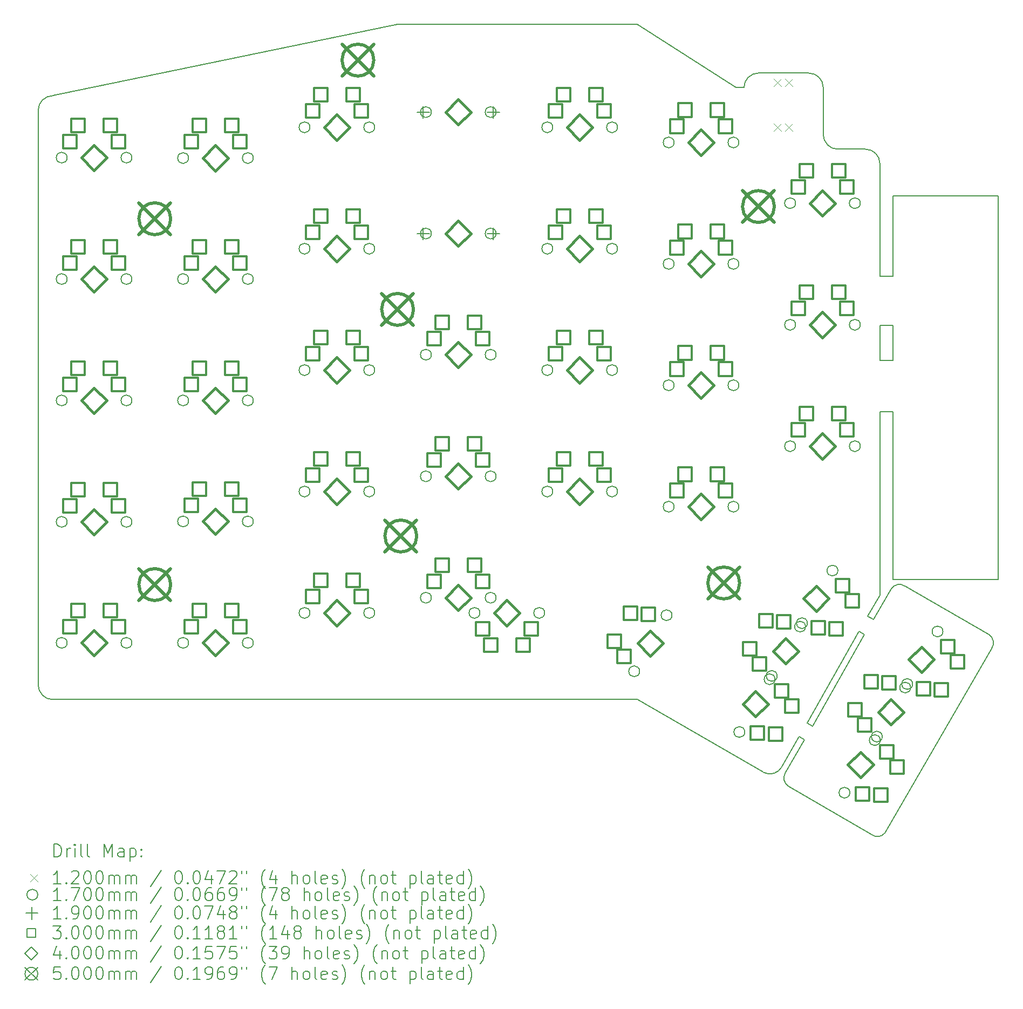
<source format=gbr>
%TF.GenerationSoftware,KiCad,Pcbnew,(6.0.10)*%
%TF.CreationDate,2023-03-19T21:25:39+07:00*%
%TF.ProjectId,ergodash,6572676f-6461-4736-982e-6b696361645f,2.0*%
%TF.SameCoordinates,Original*%
%TF.FileFunction,Drillmap*%
%TF.FilePolarity,Positive*%
%FSLAX45Y45*%
G04 Gerber Fmt 4.5, Leading zero omitted, Abs format (unit mm)*
G04 Created by KiCad (PCBNEW (6.0.10)) date 2023-03-19 21:25:39*
%MOMM*%
%LPD*%
G01*
G04 APERTURE LIST*
%ADD10C,0.150000*%
%ADD11C,0.200000*%
%ADD12C,0.120000*%
%ADD13C,0.170000*%
%ADD14C,0.190000*%
%ADD15C,0.300000*%
%ADD16C,0.400000*%
%ADD17C,0.500000*%
G04 APERTURE END LIST*
D10*
X19126200Y-4470400D02*
G75*
G03*
X18897600Y-4699000I0J-228600D01*
G01*
X21031200Y-5892800D02*
G75*
G03*
X20802600Y-5664200I-228600J0D01*
G01*
X21031200Y-6731000D02*
X21031200Y-7660640D01*
X21234400Y-6400800D02*
X22618700Y-6400800D01*
X21234400Y-9784080D02*
X21031200Y-9784080D01*
X19888200Y-14668500D02*
X20701000Y-13233400D01*
X21107400Y-16395700D02*
X22783800Y-13500100D01*
X21031200Y-8432800D02*
X21031200Y-8432800D01*
X13462000Y-3708400D02*
X16357600Y-3708400D01*
X22885400Y-6400800D02*
X22885400Y-12420600D01*
X19761200Y-14884400D02*
X19850100Y-14935200D01*
X21031200Y-5892800D02*
X21031200Y-6731000D01*
X21234400Y-7660640D02*
X21234400Y-6400800D01*
X21031200Y-11023600D02*
X21031200Y-12217400D01*
X22885400Y-12420600D02*
X21234400Y-12420600D01*
X22783800Y-13500100D02*
G75*
G03*
X22745700Y-13284200I-127000J88900D01*
G01*
X20142200Y-4699000D02*
X20142200Y-5435600D01*
X8051800Y-14300200D02*
X11480800Y-14300200D01*
X19202400Y-15443200D02*
G75*
G03*
X19494500Y-15354300I101600J190500D01*
G01*
X21031200Y-12217400D02*
X21031200Y-12661900D01*
X18897600Y-4699000D02*
X18770600Y-4699000D01*
X20904200Y-16421100D02*
G75*
G03*
X21107400Y-16395700I88900J114300D01*
G01*
X20142200Y-5435600D02*
G75*
G03*
X20370800Y-5664200I228600J0D01*
G01*
X19494500Y-15354300D02*
X19761200Y-14884400D01*
X7823200Y-14071600D02*
X7823200Y-5054600D01*
X21031200Y-12661900D02*
X20840700Y-12992100D01*
X8051800Y-4826000D02*
G75*
G03*
X7823200Y-5054600I0J-228600D01*
G01*
X19977100Y-14719300D02*
X20789900Y-13284200D01*
X21031200Y-8432800D02*
X21234400Y-8432800D01*
X11480800Y-14300200D02*
X17221200Y-14300200D01*
X19850100Y-14935200D02*
X19545300Y-15455900D01*
X21031200Y-9784080D02*
X21031200Y-11023600D01*
X17221200Y-14300200D02*
X19202400Y-15443200D01*
X20370800Y-5664200D02*
X20802600Y-5664200D01*
X19596100Y-15659100D02*
X20904200Y-16421100D01*
X16357600Y-3708400D02*
X17221200Y-3708400D01*
X21424900Y-12522200D02*
X22745700Y-13284200D01*
X21209000Y-12560300D02*
X20929600Y-13042900D01*
X21234400Y-8432800D02*
X21234400Y-8978900D01*
X19888200Y-14668500D02*
X19977100Y-14719300D01*
X19126200Y-4470400D02*
X19913600Y-4470400D01*
X22618700Y-6400800D02*
X22885400Y-6400800D01*
X21234400Y-12420600D02*
X21234400Y-9784080D01*
X17221200Y-3708400D02*
X18770600Y-4699000D01*
X21031200Y-8432800D02*
X21031200Y-8978900D01*
X21424900Y-12522200D02*
G75*
G03*
X21209000Y-12560300I-88900J-127000D01*
G01*
X13462000Y-3708400D02*
X8051800Y-4826000D01*
X21031200Y-8978900D02*
X21234400Y-8978900D01*
X20142200Y-4699000D02*
G75*
G03*
X19913600Y-4470400I-228600J0D01*
G01*
X7823200Y-14071600D02*
G75*
G03*
X8051800Y-14300200I228600J0D01*
G01*
X19545300Y-15455900D02*
G75*
G03*
X19596100Y-15659100I127000J-76200D01*
G01*
X20701000Y-13233400D02*
X20789900Y-13284200D01*
X21031200Y-7660640D02*
X21234400Y-7660640D01*
X20840700Y-12992100D02*
X20929600Y-13042900D01*
D11*
D12*
X19364200Y-4561500D02*
X19484200Y-4681500D01*
X19484200Y-4561500D02*
X19364200Y-4681500D01*
X19364200Y-5261500D02*
X19484200Y-5381500D01*
X19484200Y-5261500D02*
X19364200Y-5381500D01*
X19539200Y-4561500D02*
X19659200Y-4681500D01*
X19659200Y-4561500D02*
X19539200Y-4681500D01*
X19539200Y-5261500D02*
X19659200Y-5381500D01*
X19659200Y-5261500D02*
X19539200Y-5381500D01*
D13*
X8276500Y-5797550D02*
G75*
G03*
X8276500Y-5797550I-85000J0D01*
G01*
X8276500Y-7702550D02*
G75*
G03*
X8276500Y-7702550I-85000J0D01*
G01*
X8276500Y-9607550D02*
G75*
G03*
X8276500Y-9607550I-85000J0D01*
G01*
X8276500Y-11512550D02*
G75*
G03*
X8276500Y-11512550I-85000J0D01*
G01*
X8276500Y-13411200D02*
G75*
G03*
X8276500Y-13411200I-85000J0D01*
G01*
X9292500Y-5797550D02*
G75*
G03*
X9292500Y-5797550I-85000J0D01*
G01*
X9292500Y-7702550D02*
G75*
G03*
X9292500Y-7702550I-85000J0D01*
G01*
X9292500Y-9607550D02*
G75*
G03*
X9292500Y-9607550I-85000J0D01*
G01*
X9292500Y-11512550D02*
G75*
G03*
X9292500Y-11512550I-85000J0D01*
G01*
X9292500Y-13411200D02*
G75*
G03*
X9292500Y-13411200I-85000J0D01*
G01*
X10181500Y-5803900D02*
G75*
G03*
X10181500Y-5803900I-85000J0D01*
G01*
X10181500Y-7702550D02*
G75*
G03*
X10181500Y-7702550I-85000J0D01*
G01*
X10181500Y-9607550D02*
G75*
G03*
X10181500Y-9607550I-85000J0D01*
G01*
X10181500Y-11506200D02*
G75*
G03*
X10181500Y-11506200I-85000J0D01*
G01*
X10181500Y-13411200D02*
G75*
G03*
X10181500Y-13411200I-85000J0D01*
G01*
X11197500Y-5803900D02*
G75*
G03*
X11197500Y-5803900I-85000J0D01*
G01*
X11197500Y-7702550D02*
G75*
G03*
X11197500Y-7702550I-85000J0D01*
G01*
X11197500Y-9607550D02*
G75*
G03*
X11197500Y-9607550I-85000J0D01*
G01*
X11197500Y-11506200D02*
G75*
G03*
X11197500Y-11506200I-85000J0D01*
G01*
X11197500Y-13411200D02*
G75*
G03*
X11197500Y-13411200I-85000J0D01*
G01*
X12086500Y-5321300D02*
G75*
G03*
X12086500Y-5321300I-85000J0D01*
G01*
X12086500Y-7226300D02*
G75*
G03*
X12086500Y-7226300I-85000J0D01*
G01*
X12086500Y-9131300D02*
G75*
G03*
X12086500Y-9131300I-85000J0D01*
G01*
X12086500Y-11036300D02*
G75*
G03*
X12086500Y-11036300I-85000J0D01*
G01*
X12086500Y-12941300D02*
G75*
G03*
X12086500Y-12941300I-85000J0D01*
G01*
X13102500Y-5321300D02*
G75*
G03*
X13102500Y-5321300I-85000J0D01*
G01*
X13102500Y-7226300D02*
G75*
G03*
X13102500Y-7226300I-85000J0D01*
G01*
X13102500Y-9131300D02*
G75*
G03*
X13102500Y-9131300I-85000J0D01*
G01*
X13102500Y-11036300D02*
G75*
G03*
X13102500Y-11036300I-85000J0D01*
G01*
X13102500Y-12941300D02*
G75*
G03*
X13102500Y-12941300I-85000J0D01*
G01*
X13991500Y-5083175D02*
G75*
G03*
X13991500Y-5083175I-85000J0D01*
G01*
X13991500Y-6988175D02*
G75*
G03*
X13991500Y-6988175I-85000J0D01*
G01*
X13991500Y-8890000D02*
G75*
G03*
X13991500Y-8890000I-85000J0D01*
G01*
X13991500Y-10798175D02*
G75*
G03*
X13991500Y-10798175I-85000J0D01*
G01*
X13991500Y-12703175D02*
G75*
G03*
X13991500Y-12703175I-85000J0D01*
G01*
X14753500Y-12941300D02*
G75*
G03*
X14753500Y-12941300I-85000J0D01*
G01*
X15007500Y-5083175D02*
G75*
G03*
X15007500Y-5083175I-85000J0D01*
G01*
X15007500Y-6988175D02*
G75*
G03*
X15007500Y-6988175I-85000J0D01*
G01*
X15007500Y-8890000D02*
G75*
G03*
X15007500Y-8890000I-85000J0D01*
G01*
X15007500Y-10798175D02*
G75*
G03*
X15007500Y-10798175I-85000J0D01*
G01*
X15007500Y-12703175D02*
G75*
G03*
X15007500Y-12703175I-85000J0D01*
G01*
X15769500Y-12941300D02*
G75*
G03*
X15769500Y-12941300I-85000J0D01*
G01*
X15896500Y-5321300D02*
G75*
G03*
X15896500Y-5321300I-85000J0D01*
G01*
X15896500Y-7226300D02*
G75*
G03*
X15896500Y-7226300I-85000J0D01*
G01*
X15896500Y-9131300D02*
G75*
G03*
X15896500Y-9131300I-85000J0D01*
G01*
X15896500Y-11036300D02*
G75*
G03*
X15896500Y-11036300I-85000J0D01*
G01*
X16912500Y-5321300D02*
G75*
G03*
X16912500Y-5321300I-85000J0D01*
G01*
X16912500Y-7226300D02*
G75*
G03*
X16912500Y-7226300I-85000J0D01*
G01*
X16912500Y-9131300D02*
G75*
G03*
X16912500Y-9131300I-85000J0D01*
G01*
X16912500Y-11036300D02*
G75*
G03*
X16912500Y-11036300I-85000J0D01*
G01*
X17260200Y-13857466D02*
G75*
G03*
X17260200Y-13857466I-85000J0D01*
G01*
X17768200Y-12977584D02*
G75*
G03*
X17768200Y-12977584I-85000J0D01*
G01*
X17801500Y-5559425D02*
G75*
G03*
X17801500Y-5559425I-85000J0D01*
G01*
X17801500Y-7464425D02*
G75*
G03*
X17801500Y-7464425I-85000J0D01*
G01*
X17801500Y-9369425D02*
G75*
G03*
X17801500Y-9369425I-85000J0D01*
G01*
X17801500Y-11274425D02*
G75*
G03*
X17801500Y-11274425I-85000J0D01*
G01*
X18817500Y-5559425D02*
G75*
G03*
X18817500Y-5559425I-85000J0D01*
G01*
X18817500Y-7464425D02*
G75*
G03*
X18817500Y-7464425I-85000J0D01*
G01*
X18817500Y-9369425D02*
G75*
G03*
X18817500Y-9369425I-85000J0D01*
G01*
X18817500Y-11274425D02*
G75*
G03*
X18817500Y-11274425I-85000J0D01*
G01*
X18910000Y-14809971D02*
G75*
G03*
X18910000Y-14809971I-85000J0D01*
G01*
X19384441Y-13982211D02*
G75*
G03*
X19384441Y-13982211I-85000J0D01*
G01*
X19418000Y-13930089D02*
G75*
G03*
X19418000Y-13930089I-85000J0D01*
G01*
X19706500Y-6511925D02*
G75*
G03*
X19706500Y-6511925I-85000J0D01*
G01*
X19706500Y-8420100D02*
G75*
G03*
X19706500Y-8420100I-85000J0D01*
G01*
X19706500Y-10325100D02*
G75*
G03*
X19706500Y-10325100I-85000J0D01*
G01*
X19863459Y-13156711D02*
G75*
G03*
X19863459Y-13156711I-85000J0D01*
G01*
X19892441Y-13102330D02*
G75*
G03*
X19892441Y-13102330I-85000J0D01*
G01*
X20371459Y-12276830D02*
G75*
G03*
X20371459Y-12276830I-85000J0D01*
G01*
X20559800Y-15762476D02*
G75*
G03*
X20559800Y-15762476I-85000J0D01*
G01*
X20722500Y-6511925D02*
G75*
G03*
X20722500Y-6511925I-85000J0D01*
G01*
X20722500Y-8420100D02*
G75*
G03*
X20722500Y-8420100I-85000J0D01*
G01*
X20722500Y-10325100D02*
G75*
G03*
X20722500Y-10325100I-85000J0D01*
G01*
X21036050Y-14937571D02*
G75*
G03*
X21036050Y-14937571I-85000J0D01*
G01*
X21067800Y-14882594D02*
G75*
G03*
X21067800Y-14882594I-85000J0D01*
G01*
X21512300Y-14112676D02*
G75*
G03*
X21512300Y-14112676I-85000J0D01*
G01*
X21544050Y-14057689D02*
G75*
G03*
X21544050Y-14057689I-85000J0D01*
G01*
X22020300Y-13232794D02*
G75*
G03*
X22020300Y-13232794I-85000J0D01*
G01*
D14*
X13864500Y-4988175D02*
X13864500Y-5178175D01*
X13769500Y-5083175D02*
X13959500Y-5083175D01*
X13864500Y-6893175D02*
X13864500Y-7083175D01*
X13769500Y-6988175D02*
X13959500Y-6988175D01*
X14964500Y-4988175D02*
X14964500Y-5178175D01*
X14869500Y-5083175D02*
X15059500Y-5083175D01*
X14964500Y-6893175D02*
X14964500Y-7083175D01*
X14869500Y-6988175D02*
X15059500Y-6988175D01*
D15*
X8424567Y-5649617D02*
X8424567Y-5437483D01*
X8212433Y-5437483D01*
X8212433Y-5649617D01*
X8424567Y-5649617D01*
X8424567Y-7554617D02*
X8424567Y-7342483D01*
X8212433Y-7342483D01*
X8212433Y-7554617D01*
X8424567Y-7554617D01*
X8424567Y-9459617D02*
X8424567Y-9247483D01*
X8212433Y-9247483D01*
X8212433Y-9459617D01*
X8424567Y-9459617D01*
X8424567Y-11364617D02*
X8424567Y-11152483D01*
X8212433Y-11152483D01*
X8212433Y-11364617D01*
X8424567Y-11364617D01*
X8424567Y-13263267D02*
X8424567Y-13051133D01*
X8212433Y-13051133D01*
X8212433Y-13263267D01*
X8424567Y-13263267D01*
X8551567Y-5395617D02*
X8551567Y-5183483D01*
X8339433Y-5183483D01*
X8339433Y-5395617D01*
X8551567Y-5395617D01*
X8551567Y-7300617D02*
X8551567Y-7088483D01*
X8339433Y-7088483D01*
X8339433Y-7300617D01*
X8551567Y-7300617D01*
X8551567Y-9205617D02*
X8551567Y-8993483D01*
X8339433Y-8993483D01*
X8339433Y-9205617D01*
X8551567Y-9205617D01*
X8551567Y-11110617D02*
X8551567Y-10898483D01*
X8339433Y-10898483D01*
X8339433Y-11110617D01*
X8551567Y-11110617D01*
X8551567Y-13009267D02*
X8551567Y-12797133D01*
X8339433Y-12797133D01*
X8339433Y-13009267D01*
X8551567Y-13009267D01*
X9059567Y-5395617D02*
X9059567Y-5183483D01*
X8847433Y-5183483D01*
X8847433Y-5395617D01*
X9059567Y-5395617D01*
X9059567Y-7300617D02*
X9059567Y-7088483D01*
X8847433Y-7088483D01*
X8847433Y-7300617D01*
X9059567Y-7300617D01*
X9059567Y-9205617D02*
X9059567Y-8993483D01*
X8847433Y-8993483D01*
X8847433Y-9205617D01*
X9059567Y-9205617D01*
X9059567Y-11110617D02*
X9059567Y-10898483D01*
X8847433Y-10898483D01*
X8847433Y-11110617D01*
X9059567Y-11110617D01*
X9059567Y-13009267D02*
X9059567Y-12797133D01*
X8847433Y-12797133D01*
X8847433Y-13009267D01*
X9059567Y-13009267D01*
X9186567Y-5649617D02*
X9186567Y-5437483D01*
X8974433Y-5437483D01*
X8974433Y-5649617D01*
X9186567Y-5649617D01*
X9186567Y-7554617D02*
X9186567Y-7342483D01*
X8974433Y-7342483D01*
X8974433Y-7554617D01*
X9186567Y-7554617D01*
X9186567Y-9459617D02*
X9186567Y-9247483D01*
X8974433Y-9247483D01*
X8974433Y-9459617D01*
X9186567Y-9459617D01*
X9186567Y-11364617D02*
X9186567Y-11152483D01*
X8974433Y-11152483D01*
X8974433Y-11364617D01*
X9186567Y-11364617D01*
X9186567Y-13263267D02*
X9186567Y-13051133D01*
X8974433Y-13051133D01*
X8974433Y-13263267D01*
X9186567Y-13263267D01*
X10329567Y-5655967D02*
X10329567Y-5443833D01*
X10117433Y-5443833D01*
X10117433Y-5655967D01*
X10329567Y-5655967D01*
X10329567Y-7554617D02*
X10329567Y-7342483D01*
X10117433Y-7342483D01*
X10117433Y-7554617D01*
X10329567Y-7554617D01*
X10329567Y-9459617D02*
X10329567Y-9247483D01*
X10117433Y-9247483D01*
X10117433Y-9459617D01*
X10329567Y-9459617D01*
X10329567Y-11358267D02*
X10329567Y-11146133D01*
X10117433Y-11146133D01*
X10117433Y-11358267D01*
X10329567Y-11358267D01*
X10329567Y-13263267D02*
X10329567Y-13051133D01*
X10117433Y-13051133D01*
X10117433Y-13263267D01*
X10329567Y-13263267D01*
X10456567Y-5401967D02*
X10456567Y-5189833D01*
X10244433Y-5189833D01*
X10244433Y-5401967D01*
X10456567Y-5401967D01*
X10456567Y-7300617D02*
X10456567Y-7088483D01*
X10244433Y-7088483D01*
X10244433Y-7300617D01*
X10456567Y-7300617D01*
X10456567Y-9205617D02*
X10456567Y-8993483D01*
X10244433Y-8993483D01*
X10244433Y-9205617D01*
X10456567Y-9205617D01*
X10456567Y-11104267D02*
X10456567Y-10892133D01*
X10244433Y-10892133D01*
X10244433Y-11104267D01*
X10456567Y-11104267D01*
X10456567Y-13009267D02*
X10456567Y-12797133D01*
X10244433Y-12797133D01*
X10244433Y-13009267D01*
X10456567Y-13009267D01*
X10964567Y-5401967D02*
X10964567Y-5189833D01*
X10752433Y-5189833D01*
X10752433Y-5401967D01*
X10964567Y-5401967D01*
X10964567Y-7300617D02*
X10964567Y-7088483D01*
X10752433Y-7088483D01*
X10752433Y-7300617D01*
X10964567Y-7300617D01*
X10964567Y-9205617D02*
X10964567Y-8993483D01*
X10752433Y-8993483D01*
X10752433Y-9205617D01*
X10964567Y-9205617D01*
X10964567Y-11104267D02*
X10964567Y-10892133D01*
X10752433Y-10892133D01*
X10752433Y-11104267D01*
X10964567Y-11104267D01*
X10964567Y-13009267D02*
X10964567Y-12797133D01*
X10752433Y-12797133D01*
X10752433Y-13009267D01*
X10964567Y-13009267D01*
X11091567Y-5655967D02*
X11091567Y-5443833D01*
X10879433Y-5443833D01*
X10879433Y-5655967D01*
X11091567Y-5655967D01*
X11091567Y-7554617D02*
X11091567Y-7342483D01*
X10879433Y-7342483D01*
X10879433Y-7554617D01*
X11091567Y-7554617D01*
X11091567Y-9459617D02*
X11091567Y-9247483D01*
X10879433Y-9247483D01*
X10879433Y-9459617D01*
X11091567Y-9459617D01*
X11091567Y-11358267D02*
X11091567Y-11146133D01*
X10879433Y-11146133D01*
X10879433Y-11358267D01*
X11091567Y-11358267D01*
X11091567Y-13263267D02*
X11091567Y-13051133D01*
X10879433Y-13051133D01*
X10879433Y-13263267D01*
X11091567Y-13263267D01*
X12234567Y-5173367D02*
X12234567Y-4961233D01*
X12022433Y-4961233D01*
X12022433Y-5173367D01*
X12234567Y-5173367D01*
X12234567Y-7078367D02*
X12234567Y-6866233D01*
X12022433Y-6866233D01*
X12022433Y-7078367D01*
X12234567Y-7078367D01*
X12234567Y-8983367D02*
X12234567Y-8771233D01*
X12022433Y-8771233D01*
X12022433Y-8983367D01*
X12234567Y-8983367D01*
X12234567Y-10888367D02*
X12234567Y-10676233D01*
X12022433Y-10676233D01*
X12022433Y-10888367D01*
X12234567Y-10888367D01*
X12234567Y-12793367D02*
X12234567Y-12581233D01*
X12022433Y-12581233D01*
X12022433Y-12793367D01*
X12234567Y-12793367D01*
X12361567Y-4919367D02*
X12361567Y-4707233D01*
X12149433Y-4707233D01*
X12149433Y-4919367D01*
X12361567Y-4919367D01*
X12361567Y-6824367D02*
X12361567Y-6612233D01*
X12149433Y-6612233D01*
X12149433Y-6824367D01*
X12361567Y-6824367D01*
X12361567Y-8729367D02*
X12361567Y-8517233D01*
X12149433Y-8517233D01*
X12149433Y-8729367D01*
X12361567Y-8729367D01*
X12361567Y-10634367D02*
X12361567Y-10422233D01*
X12149433Y-10422233D01*
X12149433Y-10634367D01*
X12361567Y-10634367D01*
X12361567Y-12539367D02*
X12361567Y-12327233D01*
X12149433Y-12327233D01*
X12149433Y-12539367D01*
X12361567Y-12539367D01*
X12869567Y-4919367D02*
X12869567Y-4707233D01*
X12657433Y-4707233D01*
X12657433Y-4919367D01*
X12869567Y-4919367D01*
X12869567Y-6824367D02*
X12869567Y-6612233D01*
X12657433Y-6612233D01*
X12657433Y-6824367D01*
X12869567Y-6824367D01*
X12869567Y-8729367D02*
X12869567Y-8517233D01*
X12657433Y-8517233D01*
X12657433Y-8729367D01*
X12869567Y-8729367D01*
X12869567Y-10634367D02*
X12869567Y-10422233D01*
X12657433Y-10422233D01*
X12657433Y-10634367D01*
X12869567Y-10634367D01*
X12869567Y-12539367D02*
X12869567Y-12327233D01*
X12657433Y-12327233D01*
X12657433Y-12539367D01*
X12869567Y-12539367D01*
X12996567Y-5173367D02*
X12996567Y-4961233D01*
X12784433Y-4961233D01*
X12784433Y-5173367D01*
X12996567Y-5173367D01*
X12996567Y-7078367D02*
X12996567Y-6866233D01*
X12784433Y-6866233D01*
X12784433Y-7078367D01*
X12996567Y-7078367D01*
X12996567Y-8983367D02*
X12996567Y-8771233D01*
X12784433Y-8771233D01*
X12784433Y-8983367D01*
X12996567Y-8983367D01*
X12996567Y-10888367D02*
X12996567Y-10676233D01*
X12784433Y-10676233D01*
X12784433Y-10888367D01*
X12996567Y-10888367D01*
X12996567Y-12793367D02*
X12996567Y-12581233D01*
X12784433Y-12581233D01*
X12784433Y-12793367D01*
X12996567Y-12793367D01*
X14139567Y-8742067D02*
X14139567Y-8529933D01*
X13927433Y-8529933D01*
X13927433Y-8742067D01*
X14139567Y-8742067D01*
X14139567Y-10650242D02*
X14139567Y-10438108D01*
X13927433Y-10438108D01*
X13927433Y-10650242D01*
X14139567Y-10650242D01*
X14139567Y-12555242D02*
X14139567Y-12343108D01*
X13927433Y-12343108D01*
X13927433Y-12555242D01*
X14139567Y-12555242D01*
X14266567Y-8488067D02*
X14266567Y-8275933D01*
X14054433Y-8275933D01*
X14054433Y-8488067D01*
X14266567Y-8488067D01*
X14266567Y-10396242D02*
X14266567Y-10184108D01*
X14054433Y-10184108D01*
X14054433Y-10396242D01*
X14266567Y-10396242D01*
X14266567Y-12301242D02*
X14266567Y-12089108D01*
X14054433Y-12089108D01*
X14054433Y-12301242D01*
X14266567Y-12301242D01*
X14774567Y-8488067D02*
X14774567Y-8275933D01*
X14562433Y-8275933D01*
X14562433Y-8488067D01*
X14774567Y-8488067D01*
X14774567Y-10396242D02*
X14774567Y-10184108D01*
X14562433Y-10184108D01*
X14562433Y-10396242D01*
X14774567Y-10396242D01*
X14774567Y-12301242D02*
X14774567Y-12089108D01*
X14562433Y-12089108D01*
X14562433Y-12301242D01*
X14774567Y-12301242D01*
X14901567Y-8742067D02*
X14901567Y-8529933D01*
X14689433Y-8529933D01*
X14689433Y-8742067D01*
X14901567Y-8742067D01*
X14901567Y-10650242D02*
X14901567Y-10438108D01*
X14689433Y-10438108D01*
X14689433Y-10650242D01*
X14901567Y-10650242D01*
X14901567Y-12555242D02*
X14901567Y-12343108D01*
X14689433Y-12343108D01*
X14689433Y-12555242D01*
X14901567Y-12555242D01*
X14901567Y-13301367D02*
X14901567Y-13089233D01*
X14689433Y-13089233D01*
X14689433Y-13301367D01*
X14901567Y-13301367D01*
X15028567Y-13555367D02*
X15028567Y-13343233D01*
X14816433Y-13343233D01*
X14816433Y-13555367D01*
X15028567Y-13555367D01*
X15536567Y-13555367D02*
X15536567Y-13343233D01*
X15324433Y-13343233D01*
X15324433Y-13555367D01*
X15536567Y-13555367D01*
X15663567Y-13301367D02*
X15663567Y-13089233D01*
X15451433Y-13089233D01*
X15451433Y-13301367D01*
X15663567Y-13301367D01*
X16044567Y-5173367D02*
X16044567Y-4961233D01*
X15832433Y-4961233D01*
X15832433Y-5173367D01*
X16044567Y-5173367D01*
X16044567Y-7078367D02*
X16044567Y-6866233D01*
X15832433Y-6866233D01*
X15832433Y-7078367D01*
X16044567Y-7078367D01*
X16044567Y-8983367D02*
X16044567Y-8771233D01*
X15832433Y-8771233D01*
X15832433Y-8983367D01*
X16044567Y-8983367D01*
X16044567Y-10888367D02*
X16044567Y-10676233D01*
X15832433Y-10676233D01*
X15832433Y-10888367D01*
X16044567Y-10888367D01*
X16171567Y-4919367D02*
X16171567Y-4707233D01*
X15959433Y-4707233D01*
X15959433Y-4919367D01*
X16171567Y-4919367D01*
X16171567Y-6824367D02*
X16171567Y-6612233D01*
X15959433Y-6612233D01*
X15959433Y-6824367D01*
X16171567Y-6824367D01*
X16171567Y-8729367D02*
X16171567Y-8517233D01*
X15959433Y-8517233D01*
X15959433Y-8729367D01*
X16171567Y-8729367D01*
X16171567Y-10634367D02*
X16171567Y-10422233D01*
X15959433Y-10422233D01*
X15959433Y-10634367D01*
X16171567Y-10634367D01*
X16679567Y-4919367D02*
X16679567Y-4707233D01*
X16467433Y-4707233D01*
X16467433Y-4919367D01*
X16679567Y-4919367D01*
X16679567Y-6824367D02*
X16679567Y-6612233D01*
X16467433Y-6612233D01*
X16467433Y-6824367D01*
X16679567Y-6824367D01*
X16679567Y-8729367D02*
X16679567Y-8517233D01*
X16467433Y-8517233D01*
X16467433Y-8729367D01*
X16679567Y-8729367D01*
X16679567Y-10634367D02*
X16679567Y-10422233D01*
X16467433Y-10422233D01*
X16467433Y-10634367D01*
X16679567Y-10634367D01*
X16806567Y-5173367D02*
X16806567Y-4961233D01*
X16594433Y-4961233D01*
X16594433Y-5173367D01*
X16806567Y-5173367D01*
X16806567Y-7078367D02*
X16806567Y-6866233D01*
X16594433Y-6866233D01*
X16594433Y-7078367D01*
X16806567Y-7078367D01*
X16806567Y-8983367D02*
X16806567Y-8771233D01*
X16594433Y-8771233D01*
X16594433Y-8983367D01*
X16806567Y-8983367D01*
X16806567Y-10888367D02*
X16806567Y-10676233D01*
X16594433Y-10676233D01*
X16594433Y-10888367D01*
X16806567Y-10888367D01*
X16968326Y-13489562D02*
X16968326Y-13277428D01*
X16756192Y-13277428D01*
X16756192Y-13489562D01*
X16968326Y-13489562D01*
X17124797Y-13726548D02*
X17124797Y-13514414D01*
X16912663Y-13514414D01*
X16912663Y-13726548D01*
X17124797Y-13726548D01*
X17222326Y-13049621D02*
X17222326Y-12837487D01*
X17010192Y-12837487D01*
X17010192Y-13049621D01*
X17222326Y-13049621D01*
X17505797Y-13066636D02*
X17505797Y-12854502D01*
X17293663Y-12854502D01*
X17293663Y-13066636D01*
X17505797Y-13066636D01*
X17949567Y-5411492D02*
X17949567Y-5199358D01*
X17737433Y-5199358D01*
X17737433Y-5411492D01*
X17949567Y-5411492D01*
X17949567Y-7316492D02*
X17949567Y-7104358D01*
X17737433Y-7104358D01*
X17737433Y-7316492D01*
X17949567Y-7316492D01*
X17949567Y-9221492D02*
X17949567Y-9009358D01*
X17737433Y-9009358D01*
X17737433Y-9221492D01*
X17949567Y-9221492D01*
X17949567Y-11126492D02*
X17949567Y-10914358D01*
X17737433Y-10914358D01*
X17737433Y-11126492D01*
X17949567Y-11126492D01*
X18076567Y-5157492D02*
X18076567Y-4945358D01*
X17864433Y-4945358D01*
X17864433Y-5157492D01*
X18076567Y-5157492D01*
X18076567Y-7062492D02*
X18076567Y-6850358D01*
X17864433Y-6850358D01*
X17864433Y-7062492D01*
X18076567Y-7062492D01*
X18076567Y-8967492D02*
X18076567Y-8755358D01*
X17864433Y-8755358D01*
X17864433Y-8967492D01*
X18076567Y-8967492D01*
X18076567Y-10872492D02*
X18076567Y-10660358D01*
X17864433Y-10660358D01*
X17864433Y-10872492D01*
X18076567Y-10872492D01*
X18584567Y-5157492D02*
X18584567Y-4945358D01*
X18372433Y-4945358D01*
X18372433Y-5157492D01*
X18584567Y-5157492D01*
X18584567Y-7062492D02*
X18584567Y-6850358D01*
X18372433Y-6850358D01*
X18372433Y-7062492D01*
X18584567Y-7062492D01*
X18584567Y-8967492D02*
X18584567Y-8755358D01*
X18372433Y-8755358D01*
X18372433Y-8967492D01*
X18584567Y-8967492D01*
X18584567Y-10872492D02*
X18584567Y-10660358D01*
X18372433Y-10660358D01*
X18372433Y-10872492D01*
X18584567Y-10872492D01*
X18711567Y-5411492D02*
X18711567Y-5199358D01*
X18499433Y-5199358D01*
X18499433Y-5411492D01*
X18711567Y-5411492D01*
X18711567Y-7316492D02*
X18711567Y-7104358D01*
X18499433Y-7104358D01*
X18499433Y-7316492D01*
X18711567Y-7316492D01*
X18711567Y-9221492D02*
X18711567Y-9009358D01*
X18499433Y-9009358D01*
X18499433Y-9221492D01*
X18711567Y-9221492D01*
X18711567Y-11126492D02*
X18711567Y-10914358D01*
X18499433Y-10914358D01*
X18499433Y-11126492D01*
X18711567Y-11126492D01*
X19092567Y-13614308D02*
X19092567Y-13402174D01*
X18880433Y-13402174D01*
X18880433Y-13614308D01*
X19092567Y-13614308D01*
X19214538Y-14933053D02*
X19214538Y-14720919D01*
X19002404Y-14720919D01*
X19002404Y-14933053D01*
X19214538Y-14933053D01*
X19249037Y-13851293D02*
X19249037Y-13639159D01*
X19036903Y-13639159D01*
X19036903Y-13851293D01*
X19249037Y-13851293D01*
X19346567Y-13174367D02*
X19346567Y-12962233D01*
X19134433Y-12962233D01*
X19134433Y-13174367D01*
X19346567Y-13174367D01*
X19498008Y-14950067D02*
X19498008Y-14737933D01*
X19285874Y-14737933D01*
X19285874Y-14950067D01*
X19498008Y-14950067D01*
X19595538Y-14273141D02*
X19595538Y-14061007D01*
X19383404Y-14061007D01*
X19383404Y-14273141D01*
X19595538Y-14273141D01*
X19630037Y-13191382D02*
X19630037Y-12979248D01*
X19417903Y-12979248D01*
X19417903Y-13191382D01*
X19630037Y-13191382D01*
X19752008Y-14510126D02*
X19752008Y-14297992D01*
X19539874Y-14297992D01*
X19539874Y-14510126D01*
X19752008Y-14510126D01*
X19854567Y-6363992D02*
X19854567Y-6151858D01*
X19642433Y-6151858D01*
X19642433Y-6363992D01*
X19854567Y-6363992D01*
X19854567Y-8272167D02*
X19854567Y-8060033D01*
X19642433Y-8060033D01*
X19642433Y-8272167D01*
X19854567Y-8272167D01*
X19854567Y-10177167D02*
X19854567Y-9965033D01*
X19642433Y-9965033D01*
X19642433Y-10177167D01*
X19854567Y-10177167D01*
X19981567Y-6109992D02*
X19981567Y-5897858D01*
X19769433Y-5897858D01*
X19769433Y-6109992D01*
X19981567Y-6109992D01*
X19981567Y-8018167D02*
X19981567Y-7806033D01*
X19769433Y-7806033D01*
X19769433Y-8018167D01*
X19981567Y-8018167D01*
X19981567Y-9923167D02*
X19981567Y-9711033D01*
X19769433Y-9711033D01*
X19769433Y-9923167D01*
X19981567Y-9923167D01*
X20167997Y-13279793D02*
X20167997Y-13067659D01*
X19955863Y-13067659D01*
X19955863Y-13279793D01*
X20167997Y-13279793D01*
X20451467Y-13296808D02*
X20451467Y-13084674D01*
X20239333Y-13084674D01*
X20239333Y-13296808D01*
X20451467Y-13296808D01*
X20489567Y-6109992D02*
X20489567Y-5897858D01*
X20277433Y-5897858D01*
X20277433Y-6109992D01*
X20489567Y-6109992D01*
X20489567Y-8018167D02*
X20489567Y-7806033D01*
X20277433Y-7806033D01*
X20277433Y-8018167D01*
X20489567Y-8018167D01*
X20489567Y-9923167D02*
X20489567Y-9711033D01*
X20277433Y-9711033D01*
X20277433Y-9923167D01*
X20489567Y-9923167D01*
X20548997Y-12619882D02*
X20548997Y-12407748D01*
X20336863Y-12407748D01*
X20336863Y-12619882D01*
X20548997Y-12619882D01*
X20616567Y-6363992D02*
X20616567Y-6151858D01*
X20404433Y-6151858D01*
X20404433Y-6363992D01*
X20616567Y-6363992D01*
X20616567Y-8272167D02*
X20616567Y-8060033D01*
X20404433Y-8060033D01*
X20404433Y-8272167D01*
X20616567Y-8272167D01*
X20616567Y-10177167D02*
X20616567Y-9965033D01*
X20404433Y-9965033D01*
X20404433Y-10177167D01*
X20616567Y-10177167D01*
X20705467Y-12856867D02*
X20705467Y-12644733D01*
X20493333Y-12644733D01*
X20493333Y-12856867D01*
X20705467Y-12856867D01*
X20744176Y-14569667D02*
X20744176Y-14357533D01*
X20532042Y-14357533D01*
X20532042Y-14569667D01*
X20744176Y-14569667D01*
X20864338Y-15885558D02*
X20864338Y-15673424D01*
X20652204Y-15673424D01*
X20652204Y-15885558D01*
X20864338Y-15885558D01*
X20900647Y-14806653D02*
X20900647Y-14594519D01*
X20688513Y-14594519D01*
X20688513Y-14806653D01*
X20900647Y-14806653D01*
X20998176Y-14129726D02*
X20998176Y-13917592D01*
X20786042Y-13917592D01*
X20786042Y-14129726D01*
X20998176Y-14129726D01*
X21147808Y-15902572D02*
X21147808Y-15690438D01*
X20935674Y-15690438D01*
X20935674Y-15902572D01*
X21147808Y-15902572D01*
X21245338Y-15225646D02*
X21245338Y-15013512D01*
X21033204Y-15013512D01*
X21033204Y-15225646D01*
X21245338Y-15225646D01*
X21281647Y-14146741D02*
X21281647Y-13934607D01*
X21069513Y-13934607D01*
X21069513Y-14146741D01*
X21281647Y-14146741D01*
X21401808Y-15462631D02*
X21401808Y-15250497D01*
X21189674Y-15250497D01*
X21189674Y-15462631D01*
X21401808Y-15462631D01*
X21816838Y-14235758D02*
X21816838Y-14023624D01*
X21604704Y-14023624D01*
X21604704Y-14235758D01*
X21816838Y-14235758D01*
X22100308Y-14252772D02*
X22100308Y-14040638D01*
X21888174Y-14040638D01*
X21888174Y-14252772D01*
X22100308Y-14252772D01*
X22197838Y-13575846D02*
X22197838Y-13363712D01*
X21985704Y-13363712D01*
X21985704Y-13575846D01*
X22197838Y-13575846D01*
X22354308Y-13812831D02*
X22354308Y-13600697D01*
X22142174Y-13600697D01*
X22142174Y-13812831D01*
X22354308Y-13812831D01*
D16*
X8699500Y-5997550D02*
X8899500Y-5797550D01*
X8699500Y-5597550D01*
X8499500Y-5797550D01*
X8699500Y-5997550D01*
X8699500Y-7902550D02*
X8899500Y-7702550D01*
X8699500Y-7502550D01*
X8499500Y-7702550D01*
X8699500Y-7902550D01*
X8699500Y-9807550D02*
X8899500Y-9607550D01*
X8699500Y-9407550D01*
X8499500Y-9607550D01*
X8699500Y-9807550D01*
X8699500Y-11712550D02*
X8899500Y-11512550D01*
X8699500Y-11312550D01*
X8499500Y-11512550D01*
X8699500Y-11712550D01*
X8699500Y-13611200D02*
X8899500Y-13411200D01*
X8699500Y-13211200D01*
X8499500Y-13411200D01*
X8699500Y-13611200D01*
X10604500Y-6003900D02*
X10804500Y-5803900D01*
X10604500Y-5603900D01*
X10404500Y-5803900D01*
X10604500Y-6003900D01*
X10604500Y-7902550D02*
X10804500Y-7702550D01*
X10604500Y-7502550D01*
X10404500Y-7702550D01*
X10604500Y-7902550D01*
X10604500Y-9807550D02*
X10804500Y-9607550D01*
X10604500Y-9407550D01*
X10404500Y-9607550D01*
X10604500Y-9807550D01*
X10604500Y-11706200D02*
X10804500Y-11506200D01*
X10604500Y-11306200D01*
X10404500Y-11506200D01*
X10604500Y-11706200D01*
X10604500Y-13611200D02*
X10804500Y-13411200D01*
X10604500Y-13211200D01*
X10404500Y-13411200D01*
X10604500Y-13611200D01*
X12509500Y-5521300D02*
X12709500Y-5321300D01*
X12509500Y-5121300D01*
X12309500Y-5321300D01*
X12509500Y-5521300D01*
X12509500Y-7426300D02*
X12709500Y-7226300D01*
X12509500Y-7026300D01*
X12309500Y-7226300D01*
X12509500Y-7426300D01*
X12509500Y-9331300D02*
X12709500Y-9131300D01*
X12509500Y-8931300D01*
X12309500Y-9131300D01*
X12509500Y-9331300D01*
X12509500Y-11236300D02*
X12709500Y-11036300D01*
X12509500Y-10836300D01*
X12309500Y-11036300D01*
X12509500Y-11236300D01*
X12509500Y-13141300D02*
X12709500Y-12941300D01*
X12509500Y-12741300D01*
X12309500Y-12941300D01*
X12509500Y-13141300D01*
X14414500Y-5283175D02*
X14614500Y-5083175D01*
X14414500Y-4883175D01*
X14214500Y-5083175D01*
X14414500Y-5283175D01*
X14414500Y-7188175D02*
X14614500Y-6988175D01*
X14414500Y-6788175D01*
X14214500Y-6988175D01*
X14414500Y-7188175D01*
X14414500Y-9090000D02*
X14614500Y-8890000D01*
X14414500Y-8690000D01*
X14214500Y-8890000D01*
X14414500Y-9090000D01*
X14414500Y-10998175D02*
X14614500Y-10798175D01*
X14414500Y-10598175D01*
X14214500Y-10798175D01*
X14414500Y-10998175D01*
X14414500Y-12903175D02*
X14614500Y-12703175D01*
X14414500Y-12503175D01*
X14214500Y-12703175D01*
X14414500Y-12903175D01*
X15176500Y-13141300D02*
X15376500Y-12941300D01*
X15176500Y-12741300D01*
X14976500Y-12941300D01*
X15176500Y-13141300D01*
X16319500Y-5521300D02*
X16519500Y-5321300D01*
X16319500Y-5121300D01*
X16119500Y-5321300D01*
X16319500Y-5521300D01*
X16319500Y-7426300D02*
X16519500Y-7226300D01*
X16319500Y-7026300D01*
X16119500Y-7226300D01*
X16319500Y-7426300D01*
X16319500Y-9331300D02*
X16519500Y-9131300D01*
X16319500Y-8931300D01*
X16119500Y-9131300D01*
X16319500Y-9331300D01*
X16319500Y-11236300D02*
X16519500Y-11036300D01*
X16319500Y-10836300D01*
X16119500Y-11036300D01*
X16319500Y-11236300D01*
X17429200Y-13617525D02*
X17629200Y-13417525D01*
X17429200Y-13217525D01*
X17229200Y-13417525D01*
X17429200Y-13617525D01*
X18224500Y-5759425D02*
X18424500Y-5559425D01*
X18224500Y-5359425D01*
X18024500Y-5559425D01*
X18224500Y-5759425D01*
X18224500Y-7664425D02*
X18424500Y-7464425D01*
X18224500Y-7264425D01*
X18024500Y-7464425D01*
X18224500Y-7664425D01*
X18224500Y-9569425D02*
X18424500Y-9369425D01*
X18224500Y-9169425D01*
X18024500Y-9369425D01*
X18224500Y-9569425D01*
X18224500Y-11474425D02*
X18424500Y-11274425D01*
X18224500Y-11074425D01*
X18024500Y-11274425D01*
X18224500Y-11474425D01*
X19079000Y-14570030D02*
X19279000Y-14370030D01*
X19079000Y-14170030D01*
X18879000Y-14370030D01*
X19079000Y-14570030D01*
X19553441Y-13742270D02*
X19753441Y-13542270D01*
X19553441Y-13342270D01*
X19353441Y-13542270D01*
X19553441Y-13742270D01*
X20032459Y-12916770D02*
X20232459Y-12716770D01*
X20032459Y-12516770D01*
X19832459Y-12716770D01*
X20032459Y-12916770D01*
X20129500Y-6711925D02*
X20329500Y-6511925D01*
X20129500Y-6311925D01*
X19929500Y-6511925D01*
X20129500Y-6711925D01*
X20129500Y-8620100D02*
X20329500Y-8420100D01*
X20129500Y-8220100D01*
X19929500Y-8420100D01*
X20129500Y-8620100D01*
X20129500Y-10525100D02*
X20329500Y-10325100D01*
X20129500Y-10125100D01*
X19929500Y-10325100D01*
X20129500Y-10525100D01*
X20728800Y-15522535D02*
X20928800Y-15322535D01*
X20728800Y-15122535D01*
X20528800Y-15322535D01*
X20728800Y-15522535D01*
X21205050Y-14697630D02*
X21405050Y-14497630D01*
X21205050Y-14297630D01*
X21005050Y-14497630D01*
X21205050Y-14697630D01*
X21681300Y-13872735D02*
X21881300Y-13672735D01*
X21681300Y-13472735D01*
X21481300Y-13672735D01*
X21681300Y-13872735D01*
D17*
X9402000Y-6506400D02*
X9902000Y-7006400D01*
X9902000Y-6506400D02*
X9402000Y-7006400D01*
X9902000Y-6756400D02*
G75*
G03*
X9902000Y-6756400I-250000J0D01*
G01*
X9402000Y-12246800D02*
X9902000Y-12746800D01*
X9902000Y-12246800D02*
X9402000Y-12746800D01*
X9902000Y-12496800D02*
G75*
G03*
X9902000Y-12496800I-250000J0D01*
G01*
X12589700Y-4017200D02*
X13089700Y-4517200D01*
X13089700Y-4017200D02*
X12589700Y-4517200D01*
X13089700Y-4267200D02*
G75*
G03*
X13089700Y-4267200I-250000J0D01*
G01*
X13212000Y-7928800D02*
X13712000Y-8428800D01*
X13712000Y-7928800D02*
X13212000Y-8428800D01*
X13712000Y-8178800D02*
G75*
G03*
X13712000Y-8178800I-250000J0D01*
G01*
X13262800Y-11484800D02*
X13762800Y-11984800D01*
X13762800Y-11484800D02*
X13262800Y-11984800D01*
X13762800Y-11734800D02*
G75*
G03*
X13762800Y-11734800I-250000J0D01*
G01*
X18330100Y-12221400D02*
X18830100Y-12721400D01*
X18830100Y-12221400D02*
X18330100Y-12721400D01*
X18830100Y-12471400D02*
G75*
G03*
X18830100Y-12471400I-250000J0D01*
G01*
X18874500Y-6314425D02*
X19374500Y-6814425D01*
X19374500Y-6314425D02*
X18874500Y-6814425D01*
X19374500Y-6564425D02*
G75*
G03*
X19374500Y-6564425I-250000J0D01*
G01*
D11*
X8073319Y-16769578D02*
X8073319Y-16569578D01*
X8120938Y-16569578D01*
X8149509Y-16579102D01*
X8168557Y-16598150D01*
X8178081Y-16617197D01*
X8187605Y-16655293D01*
X8187605Y-16683864D01*
X8178081Y-16721959D01*
X8168557Y-16741007D01*
X8149509Y-16760055D01*
X8120938Y-16769578D01*
X8073319Y-16769578D01*
X8273319Y-16769578D02*
X8273319Y-16636245D01*
X8273319Y-16674340D02*
X8282843Y-16655293D01*
X8292367Y-16645769D01*
X8311414Y-16636245D01*
X8330462Y-16636245D01*
X8397129Y-16769578D02*
X8397129Y-16636245D01*
X8397129Y-16569578D02*
X8387605Y-16579102D01*
X8397129Y-16588626D01*
X8406652Y-16579102D01*
X8397129Y-16569578D01*
X8397129Y-16588626D01*
X8520938Y-16769578D02*
X8501890Y-16760055D01*
X8492367Y-16741007D01*
X8492367Y-16569578D01*
X8625700Y-16769578D02*
X8606652Y-16760055D01*
X8597129Y-16741007D01*
X8597129Y-16569578D01*
X8854271Y-16769578D02*
X8854271Y-16569578D01*
X8920938Y-16712436D01*
X8987605Y-16569578D01*
X8987605Y-16769578D01*
X9168557Y-16769578D02*
X9168557Y-16664816D01*
X9159033Y-16645769D01*
X9139986Y-16636245D01*
X9101890Y-16636245D01*
X9082843Y-16645769D01*
X9168557Y-16760055D02*
X9149510Y-16769578D01*
X9101890Y-16769578D01*
X9082843Y-16760055D01*
X9073319Y-16741007D01*
X9073319Y-16721959D01*
X9082843Y-16702912D01*
X9101890Y-16693388D01*
X9149510Y-16693388D01*
X9168557Y-16683864D01*
X9263795Y-16636245D02*
X9263795Y-16836245D01*
X9263795Y-16645769D02*
X9282843Y-16636245D01*
X9320938Y-16636245D01*
X9339986Y-16645769D01*
X9349510Y-16655293D01*
X9359033Y-16674340D01*
X9359033Y-16731483D01*
X9349510Y-16750531D01*
X9339986Y-16760055D01*
X9320938Y-16769578D01*
X9282843Y-16769578D01*
X9263795Y-16760055D01*
X9444748Y-16750531D02*
X9454271Y-16760055D01*
X9444748Y-16769578D01*
X9435224Y-16760055D01*
X9444748Y-16750531D01*
X9444748Y-16769578D01*
X9444748Y-16645769D02*
X9454271Y-16655293D01*
X9444748Y-16664816D01*
X9435224Y-16655293D01*
X9444748Y-16645769D01*
X9444748Y-16664816D01*
D12*
X7695700Y-17039102D02*
X7815700Y-17159102D01*
X7815700Y-17039102D02*
X7695700Y-17159102D01*
D11*
X8178081Y-17189578D02*
X8063795Y-17189578D01*
X8120938Y-17189578D02*
X8120938Y-16989578D01*
X8101890Y-17018150D01*
X8082843Y-17037198D01*
X8063795Y-17046721D01*
X8263795Y-17170531D02*
X8273319Y-17180055D01*
X8263795Y-17189578D01*
X8254271Y-17180055D01*
X8263795Y-17170531D01*
X8263795Y-17189578D01*
X8349509Y-17008626D02*
X8359033Y-16999102D01*
X8378081Y-16989578D01*
X8425700Y-16989578D01*
X8444748Y-16999102D01*
X8454271Y-17008626D01*
X8463795Y-17027674D01*
X8463795Y-17046721D01*
X8454271Y-17075293D01*
X8339986Y-17189578D01*
X8463795Y-17189578D01*
X8587605Y-16989578D02*
X8606652Y-16989578D01*
X8625700Y-16999102D01*
X8635224Y-17008626D01*
X8644748Y-17027674D01*
X8654271Y-17065769D01*
X8654271Y-17113388D01*
X8644748Y-17151483D01*
X8635224Y-17170531D01*
X8625700Y-17180055D01*
X8606652Y-17189578D01*
X8587605Y-17189578D01*
X8568557Y-17180055D01*
X8559033Y-17170531D01*
X8549510Y-17151483D01*
X8539986Y-17113388D01*
X8539986Y-17065769D01*
X8549510Y-17027674D01*
X8559033Y-17008626D01*
X8568557Y-16999102D01*
X8587605Y-16989578D01*
X8778081Y-16989578D02*
X8797129Y-16989578D01*
X8816176Y-16999102D01*
X8825700Y-17008626D01*
X8835224Y-17027674D01*
X8844748Y-17065769D01*
X8844748Y-17113388D01*
X8835224Y-17151483D01*
X8825700Y-17170531D01*
X8816176Y-17180055D01*
X8797129Y-17189578D01*
X8778081Y-17189578D01*
X8759033Y-17180055D01*
X8749510Y-17170531D01*
X8739986Y-17151483D01*
X8730462Y-17113388D01*
X8730462Y-17065769D01*
X8739986Y-17027674D01*
X8749510Y-17008626D01*
X8759033Y-16999102D01*
X8778081Y-16989578D01*
X8930462Y-17189578D02*
X8930462Y-17056245D01*
X8930462Y-17075293D02*
X8939986Y-17065769D01*
X8959033Y-17056245D01*
X8987605Y-17056245D01*
X9006652Y-17065769D01*
X9016176Y-17084817D01*
X9016176Y-17189578D01*
X9016176Y-17084817D02*
X9025700Y-17065769D01*
X9044748Y-17056245D01*
X9073319Y-17056245D01*
X9092367Y-17065769D01*
X9101890Y-17084817D01*
X9101890Y-17189578D01*
X9197129Y-17189578D02*
X9197129Y-17056245D01*
X9197129Y-17075293D02*
X9206652Y-17065769D01*
X9225700Y-17056245D01*
X9254271Y-17056245D01*
X9273319Y-17065769D01*
X9282843Y-17084817D01*
X9282843Y-17189578D01*
X9282843Y-17084817D02*
X9292367Y-17065769D01*
X9311414Y-17056245D01*
X9339986Y-17056245D01*
X9359033Y-17065769D01*
X9368557Y-17084817D01*
X9368557Y-17189578D01*
X9759033Y-16980055D02*
X9587605Y-17237198D01*
X10016176Y-16989578D02*
X10035224Y-16989578D01*
X10054271Y-16999102D01*
X10063795Y-17008626D01*
X10073319Y-17027674D01*
X10082843Y-17065769D01*
X10082843Y-17113388D01*
X10073319Y-17151483D01*
X10063795Y-17170531D01*
X10054271Y-17180055D01*
X10035224Y-17189578D01*
X10016176Y-17189578D01*
X9997129Y-17180055D01*
X9987605Y-17170531D01*
X9978081Y-17151483D01*
X9968557Y-17113388D01*
X9968557Y-17065769D01*
X9978081Y-17027674D01*
X9987605Y-17008626D01*
X9997129Y-16999102D01*
X10016176Y-16989578D01*
X10168557Y-17170531D02*
X10178081Y-17180055D01*
X10168557Y-17189578D01*
X10159033Y-17180055D01*
X10168557Y-17170531D01*
X10168557Y-17189578D01*
X10301890Y-16989578D02*
X10320938Y-16989578D01*
X10339986Y-16999102D01*
X10349510Y-17008626D01*
X10359033Y-17027674D01*
X10368557Y-17065769D01*
X10368557Y-17113388D01*
X10359033Y-17151483D01*
X10349510Y-17170531D01*
X10339986Y-17180055D01*
X10320938Y-17189578D01*
X10301890Y-17189578D01*
X10282843Y-17180055D01*
X10273319Y-17170531D01*
X10263795Y-17151483D01*
X10254271Y-17113388D01*
X10254271Y-17065769D01*
X10263795Y-17027674D01*
X10273319Y-17008626D01*
X10282843Y-16999102D01*
X10301890Y-16989578D01*
X10539986Y-17056245D02*
X10539986Y-17189578D01*
X10492367Y-16980055D02*
X10444748Y-17122912D01*
X10568557Y-17122912D01*
X10625700Y-16989578D02*
X10759033Y-16989578D01*
X10673319Y-17189578D01*
X10825700Y-17008626D02*
X10835224Y-16999102D01*
X10854271Y-16989578D01*
X10901890Y-16989578D01*
X10920938Y-16999102D01*
X10930462Y-17008626D01*
X10939986Y-17027674D01*
X10939986Y-17046721D01*
X10930462Y-17075293D01*
X10816176Y-17189578D01*
X10939986Y-17189578D01*
X11016176Y-16989578D02*
X11016176Y-17027674D01*
X11092367Y-16989578D02*
X11092367Y-17027674D01*
X11387605Y-17265769D02*
X11378081Y-17256245D01*
X11359033Y-17227674D01*
X11349509Y-17208626D01*
X11339986Y-17180055D01*
X11330462Y-17132436D01*
X11330462Y-17094340D01*
X11339986Y-17046721D01*
X11349509Y-17018150D01*
X11359033Y-16999102D01*
X11378081Y-16970531D01*
X11387605Y-16961007D01*
X11549509Y-17056245D02*
X11549509Y-17189578D01*
X11501890Y-16980055D02*
X11454271Y-17122912D01*
X11578081Y-17122912D01*
X11806652Y-17189578D02*
X11806652Y-16989578D01*
X11892367Y-17189578D02*
X11892367Y-17084817D01*
X11882843Y-17065769D01*
X11863795Y-17056245D01*
X11835224Y-17056245D01*
X11816176Y-17065769D01*
X11806652Y-17075293D01*
X12016176Y-17189578D02*
X11997128Y-17180055D01*
X11987605Y-17170531D01*
X11978081Y-17151483D01*
X11978081Y-17094340D01*
X11987605Y-17075293D01*
X11997128Y-17065769D01*
X12016176Y-17056245D01*
X12044748Y-17056245D01*
X12063795Y-17065769D01*
X12073319Y-17075293D01*
X12082843Y-17094340D01*
X12082843Y-17151483D01*
X12073319Y-17170531D01*
X12063795Y-17180055D01*
X12044748Y-17189578D01*
X12016176Y-17189578D01*
X12197128Y-17189578D02*
X12178081Y-17180055D01*
X12168557Y-17161007D01*
X12168557Y-16989578D01*
X12349509Y-17180055D02*
X12330462Y-17189578D01*
X12292367Y-17189578D01*
X12273319Y-17180055D01*
X12263795Y-17161007D01*
X12263795Y-17084817D01*
X12273319Y-17065769D01*
X12292367Y-17056245D01*
X12330462Y-17056245D01*
X12349509Y-17065769D01*
X12359033Y-17084817D01*
X12359033Y-17103864D01*
X12263795Y-17122912D01*
X12435224Y-17180055D02*
X12454271Y-17189578D01*
X12492367Y-17189578D01*
X12511414Y-17180055D01*
X12520938Y-17161007D01*
X12520938Y-17151483D01*
X12511414Y-17132436D01*
X12492367Y-17122912D01*
X12463795Y-17122912D01*
X12444748Y-17113388D01*
X12435224Y-17094340D01*
X12435224Y-17084817D01*
X12444748Y-17065769D01*
X12463795Y-17056245D01*
X12492367Y-17056245D01*
X12511414Y-17065769D01*
X12587605Y-17265769D02*
X12597128Y-17256245D01*
X12616176Y-17227674D01*
X12625700Y-17208626D01*
X12635224Y-17180055D01*
X12644748Y-17132436D01*
X12644748Y-17094340D01*
X12635224Y-17046721D01*
X12625700Y-17018150D01*
X12616176Y-16999102D01*
X12597128Y-16970531D01*
X12587605Y-16961007D01*
X12949509Y-17265769D02*
X12939986Y-17256245D01*
X12920938Y-17227674D01*
X12911414Y-17208626D01*
X12901890Y-17180055D01*
X12892367Y-17132436D01*
X12892367Y-17094340D01*
X12901890Y-17046721D01*
X12911414Y-17018150D01*
X12920938Y-16999102D01*
X12939986Y-16970531D01*
X12949509Y-16961007D01*
X13025700Y-17056245D02*
X13025700Y-17189578D01*
X13025700Y-17075293D02*
X13035224Y-17065769D01*
X13054271Y-17056245D01*
X13082843Y-17056245D01*
X13101890Y-17065769D01*
X13111414Y-17084817D01*
X13111414Y-17189578D01*
X13235224Y-17189578D02*
X13216176Y-17180055D01*
X13206652Y-17170531D01*
X13197128Y-17151483D01*
X13197128Y-17094340D01*
X13206652Y-17075293D01*
X13216176Y-17065769D01*
X13235224Y-17056245D01*
X13263795Y-17056245D01*
X13282843Y-17065769D01*
X13292367Y-17075293D01*
X13301890Y-17094340D01*
X13301890Y-17151483D01*
X13292367Y-17170531D01*
X13282843Y-17180055D01*
X13263795Y-17189578D01*
X13235224Y-17189578D01*
X13359033Y-17056245D02*
X13435224Y-17056245D01*
X13387605Y-16989578D02*
X13387605Y-17161007D01*
X13397128Y-17180055D01*
X13416176Y-17189578D01*
X13435224Y-17189578D01*
X13654271Y-17056245D02*
X13654271Y-17256245D01*
X13654271Y-17065769D02*
X13673319Y-17056245D01*
X13711414Y-17056245D01*
X13730462Y-17065769D01*
X13739986Y-17075293D01*
X13749509Y-17094340D01*
X13749509Y-17151483D01*
X13739986Y-17170531D01*
X13730462Y-17180055D01*
X13711414Y-17189578D01*
X13673319Y-17189578D01*
X13654271Y-17180055D01*
X13863795Y-17189578D02*
X13844748Y-17180055D01*
X13835224Y-17161007D01*
X13835224Y-16989578D01*
X14025700Y-17189578D02*
X14025700Y-17084817D01*
X14016176Y-17065769D01*
X13997128Y-17056245D01*
X13959033Y-17056245D01*
X13939986Y-17065769D01*
X14025700Y-17180055D02*
X14006652Y-17189578D01*
X13959033Y-17189578D01*
X13939986Y-17180055D01*
X13930462Y-17161007D01*
X13930462Y-17141959D01*
X13939986Y-17122912D01*
X13959033Y-17113388D01*
X14006652Y-17113388D01*
X14025700Y-17103864D01*
X14092367Y-17056245D02*
X14168557Y-17056245D01*
X14120938Y-16989578D02*
X14120938Y-17161007D01*
X14130462Y-17180055D01*
X14149509Y-17189578D01*
X14168557Y-17189578D01*
X14311414Y-17180055D02*
X14292367Y-17189578D01*
X14254271Y-17189578D01*
X14235224Y-17180055D01*
X14225700Y-17161007D01*
X14225700Y-17084817D01*
X14235224Y-17065769D01*
X14254271Y-17056245D01*
X14292367Y-17056245D01*
X14311414Y-17065769D01*
X14320938Y-17084817D01*
X14320938Y-17103864D01*
X14225700Y-17122912D01*
X14492367Y-17189578D02*
X14492367Y-16989578D01*
X14492367Y-17180055D02*
X14473319Y-17189578D01*
X14435224Y-17189578D01*
X14416176Y-17180055D01*
X14406652Y-17170531D01*
X14397128Y-17151483D01*
X14397128Y-17094340D01*
X14406652Y-17075293D01*
X14416176Y-17065769D01*
X14435224Y-17056245D01*
X14473319Y-17056245D01*
X14492367Y-17065769D01*
X14568557Y-17265769D02*
X14578081Y-17256245D01*
X14597128Y-17227674D01*
X14606652Y-17208626D01*
X14616176Y-17180055D01*
X14625700Y-17132436D01*
X14625700Y-17094340D01*
X14616176Y-17046721D01*
X14606652Y-17018150D01*
X14597128Y-16999102D01*
X14578081Y-16970531D01*
X14568557Y-16961007D01*
D13*
X7815700Y-17363102D02*
G75*
G03*
X7815700Y-17363102I-85000J0D01*
G01*
D11*
X8178081Y-17453578D02*
X8063795Y-17453578D01*
X8120938Y-17453578D02*
X8120938Y-17253578D01*
X8101890Y-17282150D01*
X8082843Y-17301198D01*
X8063795Y-17310721D01*
X8263795Y-17434531D02*
X8273319Y-17444055D01*
X8263795Y-17453578D01*
X8254271Y-17444055D01*
X8263795Y-17434531D01*
X8263795Y-17453578D01*
X8339986Y-17253578D02*
X8473319Y-17253578D01*
X8387605Y-17453578D01*
X8587605Y-17253578D02*
X8606652Y-17253578D01*
X8625700Y-17263102D01*
X8635224Y-17272626D01*
X8644748Y-17291674D01*
X8654271Y-17329769D01*
X8654271Y-17377388D01*
X8644748Y-17415483D01*
X8635224Y-17434531D01*
X8625700Y-17444055D01*
X8606652Y-17453578D01*
X8587605Y-17453578D01*
X8568557Y-17444055D01*
X8559033Y-17434531D01*
X8549510Y-17415483D01*
X8539986Y-17377388D01*
X8539986Y-17329769D01*
X8549510Y-17291674D01*
X8559033Y-17272626D01*
X8568557Y-17263102D01*
X8587605Y-17253578D01*
X8778081Y-17253578D02*
X8797129Y-17253578D01*
X8816176Y-17263102D01*
X8825700Y-17272626D01*
X8835224Y-17291674D01*
X8844748Y-17329769D01*
X8844748Y-17377388D01*
X8835224Y-17415483D01*
X8825700Y-17434531D01*
X8816176Y-17444055D01*
X8797129Y-17453578D01*
X8778081Y-17453578D01*
X8759033Y-17444055D01*
X8749510Y-17434531D01*
X8739986Y-17415483D01*
X8730462Y-17377388D01*
X8730462Y-17329769D01*
X8739986Y-17291674D01*
X8749510Y-17272626D01*
X8759033Y-17263102D01*
X8778081Y-17253578D01*
X8930462Y-17453578D02*
X8930462Y-17320245D01*
X8930462Y-17339293D02*
X8939986Y-17329769D01*
X8959033Y-17320245D01*
X8987605Y-17320245D01*
X9006652Y-17329769D01*
X9016176Y-17348817D01*
X9016176Y-17453578D01*
X9016176Y-17348817D02*
X9025700Y-17329769D01*
X9044748Y-17320245D01*
X9073319Y-17320245D01*
X9092367Y-17329769D01*
X9101890Y-17348817D01*
X9101890Y-17453578D01*
X9197129Y-17453578D02*
X9197129Y-17320245D01*
X9197129Y-17339293D02*
X9206652Y-17329769D01*
X9225700Y-17320245D01*
X9254271Y-17320245D01*
X9273319Y-17329769D01*
X9282843Y-17348817D01*
X9282843Y-17453578D01*
X9282843Y-17348817D02*
X9292367Y-17329769D01*
X9311414Y-17320245D01*
X9339986Y-17320245D01*
X9359033Y-17329769D01*
X9368557Y-17348817D01*
X9368557Y-17453578D01*
X9759033Y-17244055D02*
X9587605Y-17501198D01*
X10016176Y-17253578D02*
X10035224Y-17253578D01*
X10054271Y-17263102D01*
X10063795Y-17272626D01*
X10073319Y-17291674D01*
X10082843Y-17329769D01*
X10082843Y-17377388D01*
X10073319Y-17415483D01*
X10063795Y-17434531D01*
X10054271Y-17444055D01*
X10035224Y-17453578D01*
X10016176Y-17453578D01*
X9997129Y-17444055D01*
X9987605Y-17434531D01*
X9978081Y-17415483D01*
X9968557Y-17377388D01*
X9968557Y-17329769D01*
X9978081Y-17291674D01*
X9987605Y-17272626D01*
X9997129Y-17263102D01*
X10016176Y-17253578D01*
X10168557Y-17434531D02*
X10178081Y-17444055D01*
X10168557Y-17453578D01*
X10159033Y-17444055D01*
X10168557Y-17434531D01*
X10168557Y-17453578D01*
X10301890Y-17253578D02*
X10320938Y-17253578D01*
X10339986Y-17263102D01*
X10349510Y-17272626D01*
X10359033Y-17291674D01*
X10368557Y-17329769D01*
X10368557Y-17377388D01*
X10359033Y-17415483D01*
X10349510Y-17434531D01*
X10339986Y-17444055D01*
X10320938Y-17453578D01*
X10301890Y-17453578D01*
X10282843Y-17444055D01*
X10273319Y-17434531D01*
X10263795Y-17415483D01*
X10254271Y-17377388D01*
X10254271Y-17329769D01*
X10263795Y-17291674D01*
X10273319Y-17272626D01*
X10282843Y-17263102D01*
X10301890Y-17253578D01*
X10539986Y-17253578D02*
X10501890Y-17253578D01*
X10482843Y-17263102D01*
X10473319Y-17272626D01*
X10454271Y-17301198D01*
X10444748Y-17339293D01*
X10444748Y-17415483D01*
X10454271Y-17434531D01*
X10463795Y-17444055D01*
X10482843Y-17453578D01*
X10520938Y-17453578D01*
X10539986Y-17444055D01*
X10549510Y-17434531D01*
X10559033Y-17415483D01*
X10559033Y-17367864D01*
X10549510Y-17348817D01*
X10539986Y-17339293D01*
X10520938Y-17329769D01*
X10482843Y-17329769D01*
X10463795Y-17339293D01*
X10454271Y-17348817D01*
X10444748Y-17367864D01*
X10730462Y-17253578D02*
X10692367Y-17253578D01*
X10673319Y-17263102D01*
X10663795Y-17272626D01*
X10644748Y-17301198D01*
X10635224Y-17339293D01*
X10635224Y-17415483D01*
X10644748Y-17434531D01*
X10654271Y-17444055D01*
X10673319Y-17453578D01*
X10711414Y-17453578D01*
X10730462Y-17444055D01*
X10739986Y-17434531D01*
X10749510Y-17415483D01*
X10749510Y-17367864D01*
X10739986Y-17348817D01*
X10730462Y-17339293D01*
X10711414Y-17329769D01*
X10673319Y-17329769D01*
X10654271Y-17339293D01*
X10644748Y-17348817D01*
X10635224Y-17367864D01*
X10844748Y-17453578D02*
X10882843Y-17453578D01*
X10901890Y-17444055D01*
X10911414Y-17434531D01*
X10930462Y-17405959D01*
X10939986Y-17367864D01*
X10939986Y-17291674D01*
X10930462Y-17272626D01*
X10920938Y-17263102D01*
X10901890Y-17253578D01*
X10863795Y-17253578D01*
X10844748Y-17263102D01*
X10835224Y-17272626D01*
X10825700Y-17291674D01*
X10825700Y-17339293D01*
X10835224Y-17358340D01*
X10844748Y-17367864D01*
X10863795Y-17377388D01*
X10901890Y-17377388D01*
X10920938Y-17367864D01*
X10930462Y-17358340D01*
X10939986Y-17339293D01*
X11016176Y-17253578D02*
X11016176Y-17291674D01*
X11092367Y-17253578D02*
X11092367Y-17291674D01*
X11387605Y-17529769D02*
X11378081Y-17520245D01*
X11359033Y-17491674D01*
X11349509Y-17472626D01*
X11339986Y-17444055D01*
X11330462Y-17396436D01*
X11330462Y-17358340D01*
X11339986Y-17310721D01*
X11349509Y-17282150D01*
X11359033Y-17263102D01*
X11378081Y-17234531D01*
X11387605Y-17225007D01*
X11444748Y-17253578D02*
X11578081Y-17253578D01*
X11492367Y-17453578D01*
X11682843Y-17339293D02*
X11663795Y-17329769D01*
X11654271Y-17320245D01*
X11644748Y-17301198D01*
X11644748Y-17291674D01*
X11654271Y-17272626D01*
X11663795Y-17263102D01*
X11682843Y-17253578D01*
X11720938Y-17253578D01*
X11739986Y-17263102D01*
X11749509Y-17272626D01*
X11759033Y-17291674D01*
X11759033Y-17301198D01*
X11749509Y-17320245D01*
X11739986Y-17329769D01*
X11720938Y-17339293D01*
X11682843Y-17339293D01*
X11663795Y-17348817D01*
X11654271Y-17358340D01*
X11644748Y-17377388D01*
X11644748Y-17415483D01*
X11654271Y-17434531D01*
X11663795Y-17444055D01*
X11682843Y-17453578D01*
X11720938Y-17453578D01*
X11739986Y-17444055D01*
X11749509Y-17434531D01*
X11759033Y-17415483D01*
X11759033Y-17377388D01*
X11749509Y-17358340D01*
X11739986Y-17348817D01*
X11720938Y-17339293D01*
X11997128Y-17453578D02*
X11997128Y-17253578D01*
X12082843Y-17453578D02*
X12082843Y-17348817D01*
X12073319Y-17329769D01*
X12054271Y-17320245D01*
X12025700Y-17320245D01*
X12006652Y-17329769D01*
X11997128Y-17339293D01*
X12206652Y-17453578D02*
X12187605Y-17444055D01*
X12178081Y-17434531D01*
X12168557Y-17415483D01*
X12168557Y-17358340D01*
X12178081Y-17339293D01*
X12187605Y-17329769D01*
X12206652Y-17320245D01*
X12235224Y-17320245D01*
X12254271Y-17329769D01*
X12263795Y-17339293D01*
X12273319Y-17358340D01*
X12273319Y-17415483D01*
X12263795Y-17434531D01*
X12254271Y-17444055D01*
X12235224Y-17453578D01*
X12206652Y-17453578D01*
X12387605Y-17453578D02*
X12368557Y-17444055D01*
X12359033Y-17425007D01*
X12359033Y-17253578D01*
X12539986Y-17444055D02*
X12520938Y-17453578D01*
X12482843Y-17453578D01*
X12463795Y-17444055D01*
X12454271Y-17425007D01*
X12454271Y-17348817D01*
X12463795Y-17329769D01*
X12482843Y-17320245D01*
X12520938Y-17320245D01*
X12539986Y-17329769D01*
X12549509Y-17348817D01*
X12549509Y-17367864D01*
X12454271Y-17386912D01*
X12625700Y-17444055D02*
X12644748Y-17453578D01*
X12682843Y-17453578D01*
X12701890Y-17444055D01*
X12711414Y-17425007D01*
X12711414Y-17415483D01*
X12701890Y-17396436D01*
X12682843Y-17386912D01*
X12654271Y-17386912D01*
X12635224Y-17377388D01*
X12625700Y-17358340D01*
X12625700Y-17348817D01*
X12635224Y-17329769D01*
X12654271Y-17320245D01*
X12682843Y-17320245D01*
X12701890Y-17329769D01*
X12778081Y-17529769D02*
X12787605Y-17520245D01*
X12806652Y-17491674D01*
X12816176Y-17472626D01*
X12825700Y-17444055D01*
X12835224Y-17396436D01*
X12835224Y-17358340D01*
X12825700Y-17310721D01*
X12816176Y-17282150D01*
X12806652Y-17263102D01*
X12787605Y-17234531D01*
X12778081Y-17225007D01*
X13139986Y-17529769D02*
X13130462Y-17520245D01*
X13111414Y-17491674D01*
X13101890Y-17472626D01*
X13092367Y-17444055D01*
X13082843Y-17396436D01*
X13082843Y-17358340D01*
X13092367Y-17310721D01*
X13101890Y-17282150D01*
X13111414Y-17263102D01*
X13130462Y-17234531D01*
X13139986Y-17225007D01*
X13216176Y-17320245D02*
X13216176Y-17453578D01*
X13216176Y-17339293D02*
X13225700Y-17329769D01*
X13244748Y-17320245D01*
X13273319Y-17320245D01*
X13292367Y-17329769D01*
X13301890Y-17348817D01*
X13301890Y-17453578D01*
X13425700Y-17453578D02*
X13406652Y-17444055D01*
X13397128Y-17434531D01*
X13387605Y-17415483D01*
X13387605Y-17358340D01*
X13397128Y-17339293D01*
X13406652Y-17329769D01*
X13425700Y-17320245D01*
X13454271Y-17320245D01*
X13473319Y-17329769D01*
X13482843Y-17339293D01*
X13492367Y-17358340D01*
X13492367Y-17415483D01*
X13482843Y-17434531D01*
X13473319Y-17444055D01*
X13454271Y-17453578D01*
X13425700Y-17453578D01*
X13549509Y-17320245D02*
X13625700Y-17320245D01*
X13578081Y-17253578D02*
X13578081Y-17425007D01*
X13587605Y-17444055D01*
X13606652Y-17453578D01*
X13625700Y-17453578D01*
X13844748Y-17320245D02*
X13844748Y-17520245D01*
X13844748Y-17329769D02*
X13863795Y-17320245D01*
X13901890Y-17320245D01*
X13920938Y-17329769D01*
X13930462Y-17339293D01*
X13939986Y-17358340D01*
X13939986Y-17415483D01*
X13930462Y-17434531D01*
X13920938Y-17444055D01*
X13901890Y-17453578D01*
X13863795Y-17453578D01*
X13844748Y-17444055D01*
X14054271Y-17453578D02*
X14035224Y-17444055D01*
X14025700Y-17425007D01*
X14025700Y-17253578D01*
X14216176Y-17453578D02*
X14216176Y-17348817D01*
X14206652Y-17329769D01*
X14187605Y-17320245D01*
X14149509Y-17320245D01*
X14130462Y-17329769D01*
X14216176Y-17444055D02*
X14197128Y-17453578D01*
X14149509Y-17453578D01*
X14130462Y-17444055D01*
X14120938Y-17425007D01*
X14120938Y-17405959D01*
X14130462Y-17386912D01*
X14149509Y-17377388D01*
X14197128Y-17377388D01*
X14216176Y-17367864D01*
X14282843Y-17320245D02*
X14359033Y-17320245D01*
X14311414Y-17253578D02*
X14311414Y-17425007D01*
X14320938Y-17444055D01*
X14339986Y-17453578D01*
X14359033Y-17453578D01*
X14501890Y-17444055D02*
X14482843Y-17453578D01*
X14444748Y-17453578D01*
X14425700Y-17444055D01*
X14416176Y-17425007D01*
X14416176Y-17348817D01*
X14425700Y-17329769D01*
X14444748Y-17320245D01*
X14482843Y-17320245D01*
X14501890Y-17329769D01*
X14511414Y-17348817D01*
X14511414Y-17367864D01*
X14416176Y-17386912D01*
X14682843Y-17453578D02*
X14682843Y-17253578D01*
X14682843Y-17444055D02*
X14663795Y-17453578D01*
X14625700Y-17453578D01*
X14606652Y-17444055D01*
X14597128Y-17434531D01*
X14587605Y-17415483D01*
X14587605Y-17358340D01*
X14597128Y-17339293D01*
X14606652Y-17329769D01*
X14625700Y-17320245D01*
X14663795Y-17320245D01*
X14682843Y-17329769D01*
X14759033Y-17529769D02*
X14768557Y-17520245D01*
X14787605Y-17491674D01*
X14797128Y-17472626D01*
X14806652Y-17444055D01*
X14816176Y-17396436D01*
X14816176Y-17358340D01*
X14806652Y-17310721D01*
X14797128Y-17282150D01*
X14787605Y-17263102D01*
X14768557Y-17234531D01*
X14759033Y-17225007D01*
D14*
X7720700Y-17558102D02*
X7720700Y-17748102D01*
X7625700Y-17653102D02*
X7815700Y-17653102D01*
D11*
X8178081Y-17743578D02*
X8063795Y-17743578D01*
X8120938Y-17743578D02*
X8120938Y-17543578D01*
X8101890Y-17572150D01*
X8082843Y-17591198D01*
X8063795Y-17600721D01*
X8263795Y-17724531D02*
X8273319Y-17734055D01*
X8263795Y-17743578D01*
X8254271Y-17734055D01*
X8263795Y-17724531D01*
X8263795Y-17743578D01*
X8368557Y-17743578D02*
X8406652Y-17743578D01*
X8425700Y-17734055D01*
X8435224Y-17724531D01*
X8454271Y-17695959D01*
X8463795Y-17657864D01*
X8463795Y-17581674D01*
X8454271Y-17562626D01*
X8444748Y-17553102D01*
X8425700Y-17543578D01*
X8387605Y-17543578D01*
X8368557Y-17553102D01*
X8359033Y-17562626D01*
X8349509Y-17581674D01*
X8349509Y-17629293D01*
X8359033Y-17648340D01*
X8368557Y-17657864D01*
X8387605Y-17667388D01*
X8425700Y-17667388D01*
X8444748Y-17657864D01*
X8454271Y-17648340D01*
X8463795Y-17629293D01*
X8587605Y-17543578D02*
X8606652Y-17543578D01*
X8625700Y-17553102D01*
X8635224Y-17562626D01*
X8644748Y-17581674D01*
X8654271Y-17619769D01*
X8654271Y-17667388D01*
X8644748Y-17705483D01*
X8635224Y-17724531D01*
X8625700Y-17734055D01*
X8606652Y-17743578D01*
X8587605Y-17743578D01*
X8568557Y-17734055D01*
X8559033Y-17724531D01*
X8549510Y-17705483D01*
X8539986Y-17667388D01*
X8539986Y-17619769D01*
X8549510Y-17581674D01*
X8559033Y-17562626D01*
X8568557Y-17553102D01*
X8587605Y-17543578D01*
X8778081Y-17543578D02*
X8797129Y-17543578D01*
X8816176Y-17553102D01*
X8825700Y-17562626D01*
X8835224Y-17581674D01*
X8844748Y-17619769D01*
X8844748Y-17667388D01*
X8835224Y-17705483D01*
X8825700Y-17724531D01*
X8816176Y-17734055D01*
X8797129Y-17743578D01*
X8778081Y-17743578D01*
X8759033Y-17734055D01*
X8749510Y-17724531D01*
X8739986Y-17705483D01*
X8730462Y-17667388D01*
X8730462Y-17619769D01*
X8739986Y-17581674D01*
X8749510Y-17562626D01*
X8759033Y-17553102D01*
X8778081Y-17543578D01*
X8930462Y-17743578D02*
X8930462Y-17610245D01*
X8930462Y-17629293D02*
X8939986Y-17619769D01*
X8959033Y-17610245D01*
X8987605Y-17610245D01*
X9006652Y-17619769D01*
X9016176Y-17638817D01*
X9016176Y-17743578D01*
X9016176Y-17638817D02*
X9025700Y-17619769D01*
X9044748Y-17610245D01*
X9073319Y-17610245D01*
X9092367Y-17619769D01*
X9101890Y-17638817D01*
X9101890Y-17743578D01*
X9197129Y-17743578D02*
X9197129Y-17610245D01*
X9197129Y-17629293D02*
X9206652Y-17619769D01*
X9225700Y-17610245D01*
X9254271Y-17610245D01*
X9273319Y-17619769D01*
X9282843Y-17638817D01*
X9282843Y-17743578D01*
X9282843Y-17638817D02*
X9292367Y-17619769D01*
X9311414Y-17610245D01*
X9339986Y-17610245D01*
X9359033Y-17619769D01*
X9368557Y-17638817D01*
X9368557Y-17743578D01*
X9759033Y-17534055D02*
X9587605Y-17791198D01*
X10016176Y-17543578D02*
X10035224Y-17543578D01*
X10054271Y-17553102D01*
X10063795Y-17562626D01*
X10073319Y-17581674D01*
X10082843Y-17619769D01*
X10082843Y-17667388D01*
X10073319Y-17705483D01*
X10063795Y-17724531D01*
X10054271Y-17734055D01*
X10035224Y-17743578D01*
X10016176Y-17743578D01*
X9997129Y-17734055D01*
X9987605Y-17724531D01*
X9978081Y-17705483D01*
X9968557Y-17667388D01*
X9968557Y-17619769D01*
X9978081Y-17581674D01*
X9987605Y-17562626D01*
X9997129Y-17553102D01*
X10016176Y-17543578D01*
X10168557Y-17724531D02*
X10178081Y-17734055D01*
X10168557Y-17743578D01*
X10159033Y-17734055D01*
X10168557Y-17724531D01*
X10168557Y-17743578D01*
X10301890Y-17543578D02*
X10320938Y-17543578D01*
X10339986Y-17553102D01*
X10349510Y-17562626D01*
X10359033Y-17581674D01*
X10368557Y-17619769D01*
X10368557Y-17667388D01*
X10359033Y-17705483D01*
X10349510Y-17724531D01*
X10339986Y-17734055D01*
X10320938Y-17743578D01*
X10301890Y-17743578D01*
X10282843Y-17734055D01*
X10273319Y-17724531D01*
X10263795Y-17705483D01*
X10254271Y-17667388D01*
X10254271Y-17619769D01*
X10263795Y-17581674D01*
X10273319Y-17562626D01*
X10282843Y-17553102D01*
X10301890Y-17543578D01*
X10435224Y-17543578D02*
X10568557Y-17543578D01*
X10482843Y-17743578D01*
X10730462Y-17610245D02*
X10730462Y-17743578D01*
X10682843Y-17534055D02*
X10635224Y-17676912D01*
X10759033Y-17676912D01*
X10863795Y-17629293D02*
X10844748Y-17619769D01*
X10835224Y-17610245D01*
X10825700Y-17591198D01*
X10825700Y-17581674D01*
X10835224Y-17562626D01*
X10844748Y-17553102D01*
X10863795Y-17543578D01*
X10901890Y-17543578D01*
X10920938Y-17553102D01*
X10930462Y-17562626D01*
X10939986Y-17581674D01*
X10939986Y-17591198D01*
X10930462Y-17610245D01*
X10920938Y-17619769D01*
X10901890Y-17629293D01*
X10863795Y-17629293D01*
X10844748Y-17638817D01*
X10835224Y-17648340D01*
X10825700Y-17667388D01*
X10825700Y-17705483D01*
X10835224Y-17724531D01*
X10844748Y-17734055D01*
X10863795Y-17743578D01*
X10901890Y-17743578D01*
X10920938Y-17734055D01*
X10930462Y-17724531D01*
X10939986Y-17705483D01*
X10939986Y-17667388D01*
X10930462Y-17648340D01*
X10920938Y-17638817D01*
X10901890Y-17629293D01*
X11016176Y-17543578D02*
X11016176Y-17581674D01*
X11092367Y-17543578D02*
X11092367Y-17581674D01*
X11387605Y-17819769D02*
X11378081Y-17810245D01*
X11359033Y-17781674D01*
X11349509Y-17762626D01*
X11339986Y-17734055D01*
X11330462Y-17686436D01*
X11330462Y-17648340D01*
X11339986Y-17600721D01*
X11349509Y-17572150D01*
X11359033Y-17553102D01*
X11378081Y-17524531D01*
X11387605Y-17515007D01*
X11549509Y-17610245D02*
X11549509Y-17743578D01*
X11501890Y-17534055D02*
X11454271Y-17676912D01*
X11578081Y-17676912D01*
X11806652Y-17743578D02*
X11806652Y-17543578D01*
X11892367Y-17743578D02*
X11892367Y-17638817D01*
X11882843Y-17619769D01*
X11863795Y-17610245D01*
X11835224Y-17610245D01*
X11816176Y-17619769D01*
X11806652Y-17629293D01*
X12016176Y-17743578D02*
X11997128Y-17734055D01*
X11987605Y-17724531D01*
X11978081Y-17705483D01*
X11978081Y-17648340D01*
X11987605Y-17629293D01*
X11997128Y-17619769D01*
X12016176Y-17610245D01*
X12044748Y-17610245D01*
X12063795Y-17619769D01*
X12073319Y-17629293D01*
X12082843Y-17648340D01*
X12082843Y-17705483D01*
X12073319Y-17724531D01*
X12063795Y-17734055D01*
X12044748Y-17743578D01*
X12016176Y-17743578D01*
X12197128Y-17743578D02*
X12178081Y-17734055D01*
X12168557Y-17715007D01*
X12168557Y-17543578D01*
X12349509Y-17734055D02*
X12330462Y-17743578D01*
X12292367Y-17743578D01*
X12273319Y-17734055D01*
X12263795Y-17715007D01*
X12263795Y-17638817D01*
X12273319Y-17619769D01*
X12292367Y-17610245D01*
X12330462Y-17610245D01*
X12349509Y-17619769D01*
X12359033Y-17638817D01*
X12359033Y-17657864D01*
X12263795Y-17676912D01*
X12435224Y-17734055D02*
X12454271Y-17743578D01*
X12492367Y-17743578D01*
X12511414Y-17734055D01*
X12520938Y-17715007D01*
X12520938Y-17705483D01*
X12511414Y-17686436D01*
X12492367Y-17676912D01*
X12463795Y-17676912D01*
X12444748Y-17667388D01*
X12435224Y-17648340D01*
X12435224Y-17638817D01*
X12444748Y-17619769D01*
X12463795Y-17610245D01*
X12492367Y-17610245D01*
X12511414Y-17619769D01*
X12587605Y-17819769D02*
X12597128Y-17810245D01*
X12616176Y-17781674D01*
X12625700Y-17762626D01*
X12635224Y-17734055D01*
X12644748Y-17686436D01*
X12644748Y-17648340D01*
X12635224Y-17600721D01*
X12625700Y-17572150D01*
X12616176Y-17553102D01*
X12597128Y-17524531D01*
X12587605Y-17515007D01*
X12949509Y-17819769D02*
X12939986Y-17810245D01*
X12920938Y-17781674D01*
X12911414Y-17762626D01*
X12901890Y-17734055D01*
X12892367Y-17686436D01*
X12892367Y-17648340D01*
X12901890Y-17600721D01*
X12911414Y-17572150D01*
X12920938Y-17553102D01*
X12939986Y-17524531D01*
X12949509Y-17515007D01*
X13025700Y-17610245D02*
X13025700Y-17743578D01*
X13025700Y-17629293D02*
X13035224Y-17619769D01*
X13054271Y-17610245D01*
X13082843Y-17610245D01*
X13101890Y-17619769D01*
X13111414Y-17638817D01*
X13111414Y-17743578D01*
X13235224Y-17743578D02*
X13216176Y-17734055D01*
X13206652Y-17724531D01*
X13197128Y-17705483D01*
X13197128Y-17648340D01*
X13206652Y-17629293D01*
X13216176Y-17619769D01*
X13235224Y-17610245D01*
X13263795Y-17610245D01*
X13282843Y-17619769D01*
X13292367Y-17629293D01*
X13301890Y-17648340D01*
X13301890Y-17705483D01*
X13292367Y-17724531D01*
X13282843Y-17734055D01*
X13263795Y-17743578D01*
X13235224Y-17743578D01*
X13359033Y-17610245D02*
X13435224Y-17610245D01*
X13387605Y-17543578D02*
X13387605Y-17715007D01*
X13397128Y-17734055D01*
X13416176Y-17743578D01*
X13435224Y-17743578D01*
X13654271Y-17610245D02*
X13654271Y-17810245D01*
X13654271Y-17619769D02*
X13673319Y-17610245D01*
X13711414Y-17610245D01*
X13730462Y-17619769D01*
X13739986Y-17629293D01*
X13749509Y-17648340D01*
X13749509Y-17705483D01*
X13739986Y-17724531D01*
X13730462Y-17734055D01*
X13711414Y-17743578D01*
X13673319Y-17743578D01*
X13654271Y-17734055D01*
X13863795Y-17743578D02*
X13844748Y-17734055D01*
X13835224Y-17715007D01*
X13835224Y-17543578D01*
X14025700Y-17743578D02*
X14025700Y-17638817D01*
X14016176Y-17619769D01*
X13997128Y-17610245D01*
X13959033Y-17610245D01*
X13939986Y-17619769D01*
X14025700Y-17734055D02*
X14006652Y-17743578D01*
X13959033Y-17743578D01*
X13939986Y-17734055D01*
X13930462Y-17715007D01*
X13930462Y-17695959D01*
X13939986Y-17676912D01*
X13959033Y-17667388D01*
X14006652Y-17667388D01*
X14025700Y-17657864D01*
X14092367Y-17610245D02*
X14168557Y-17610245D01*
X14120938Y-17543578D02*
X14120938Y-17715007D01*
X14130462Y-17734055D01*
X14149509Y-17743578D01*
X14168557Y-17743578D01*
X14311414Y-17734055D02*
X14292367Y-17743578D01*
X14254271Y-17743578D01*
X14235224Y-17734055D01*
X14225700Y-17715007D01*
X14225700Y-17638817D01*
X14235224Y-17619769D01*
X14254271Y-17610245D01*
X14292367Y-17610245D01*
X14311414Y-17619769D01*
X14320938Y-17638817D01*
X14320938Y-17657864D01*
X14225700Y-17676912D01*
X14492367Y-17743578D02*
X14492367Y-17543578D01*
X14492367Y-17734055D02*
X14473319Y-17743578D01*
X14435224Y-17743578D01*
X14416176Y-17734055D01*
X14406652Y-17724531D01*
X14397128Y-17705483D01*
X14397128Y-17648340D01*
X14406652Y-17629293D01*
X14416176Y-17619769D01*
X14435224Y-17610245D01*
X14473319Y-17610245D01*
X14492367Y-17619769D01*
X14568557Y-17819769D02*
X14578081Y-17810245D01*
X14597128Y-17781674D01*
X14606652Y-17762626D01*
X14616176Y-17734055D01*
X14625700Y-17686436D01*
X14625700Y-17648340D01*
X14616176Y-17600721D01*
X14606652Y-17572150D01*
X14597128Y-17553102D01*
X14578081Y-17524531D01*
X14568557Y-17515007D01*
X7786411Y-18033814D02*
X7786411Y-17892391D01*
X7644989Y-17892391D01*
X7644989Y-18033814D01*
X7786411Y-18033814D01*
X8054271Y-17853578D02*
X8178081Y-17853578D01*
X8111414Y-17929769D01*
X8139986Y-17929769D01*
X8159033Y-17939293D01*
X8168557Y-17948817D01*
X8178081Y-17967864D01*
X8178081Y-18015483D01*
X8168557Y-18034531D01*
X8159033Y-18044055D01*
X8139986Y-18053578D01*
X8082843Y-18053578D01*
X8063795Y-18044055D01*
X8054271Y-18034531D01*
X8263795Y-18034531D02*
X8273319Y-18044055D01*
X8263795Y-18053578D01*
X8254271Y-18044055D01*
X8263795Y-18034531D01*
X8263795Y-18053578D01*
X8397129Y-17853578D02*
X8416176Y-17853578D01*
X8435224Y-17863102D01*
X8444748Y-17872626D01*
X8454271Y-17891674D01*
X8463795Y-17929769D01*
X8463795Y-17977388D01*
X8454271Y-18015483D01*
X8444748Y-18034531D01*
X8435224Y-18044055D01*
X8416176Y-18053578D01*
X8397129Y-18053578D01*
X8378081Y-18044055D01*
X8368557Y-18034531D01*
X8359033Y-18015483D01*
X8349509Y-17977388D01*
X8349509Y-17929769D01*
X8359033Y-17891674D01*
X8368557Y-17872626D01*
X8378081Y-17863102D01*
X8397129Y-17853578D01*
X8587605Y-17853578D02*
X8606652Y-17853578D01*
X8625700Y-17863102D01*
X8635224Y-17872626D01*
X8644748Y-17891674D01*
X8654271Y-17929769D01*
X8654271Y-17977388D01*
X8644748Y-18015483D01*
X8635224Y-18034531D01*
X8625700Y-18044055D01*
X8606652Y-18053578D01*
X8587605Y-18053578D01*
X8568557Y-18044055D01*
X8559033Y-18034531D01*
X8549510Y-18015483D01*
X8539986Y-17977388D01*
X8539986Y-17929769D01*
X8549510Y-17891674D01*
X8559033Y-17872626D01*
X8568557Y-17863102D01*
X8587605Y-17853578D01*
X8778081Y-17853578D02*
X8797129Y-17853578D01*
X8816176Y-17863102D01*
X8825700Y-17872626D01*
X8835224Y-17891674D01*
X8844748Y-17929769D01*
X8844748Y-17977388D01*
X8835224Y-18015483D01*
X8825700Y-18034531D01*
X8816176Y-18044055D01*
X8797129Y-18053578D01*
X8778081Y-18053578D01*
X8759033Y-18044055D01*
X8749510Y-18034531D01*
X8739986Y-18015483D01*
X8730462Y-17977388D01*
X8730462Y-17929769D01*
X8739986Y-17891674D01*
X8749510Y-17872626D01*
X8759033Y-17863102D01*
X8778081Y-17853578D01*
X8930462Y-18053578D02*
X8930462Y-17920245D01*
X8930462Y-17939293D02*
X8939986Y-17929769D01*
X8959033Y-17920245D01*
X8987605Y-17920245D01*
X9006652Y-17929769D01*
X9016176Y-17948817D01*
X9016176Y-18053578D01*
X9016176Y-17948817D02*
X9025700Y-17929769D01*
X9044748Y-17920245D01*
X9073319Y-17920245D01*
X9092367Y-17929769D01*
X9101890Y-17948817D01*
X9101890Y-18053578D01*
X9197129Y-18053578D02*
X9197129Y-17920245D01*
X9197129Y-17939293D02*
X9206652Y-17929769D01*
X9225700Y-17920245D01*
X9254271Y-17920245D01*
X9273319Y-17929769D01*
X9282843Y-17948817D01*
X9282843Y-18053578D01*
X9282843Y-17948817D02*
X9292367Y-17929769D01*
X9311414Y-17920245D01*
X9339986Y-17920245D01*
X9359033Y-17929769D01*
X9368557Y-17948817D01*
X9368557Y-18053578D01*
X9759033Y-17844055D02*
X9587605Y-18101198D01*
X10016176Y-17853578D02*
X10035224Y-17853578D01*
X10054271Y-17863102D01*
X10063795Y-17872626D01*
X10073319Y-17891674D01*
X10082843Y-17929769D01*
X10082843Y-17977388D01*
X10073319Y-18015483D01*
X10063795Y-18034531D01*
X10054271Y-18044055D01*
X10035224Y-18053578D01*
X10016176Y-18053578D01*
X9997129Y-18044055D01*
X9987605Y-18034531D01*
X9978081Y-18015483D01*
X9968557Y-17977388D01*
X9968557Y-17929769D01*
X9978081Y-17891674D01*
X9987605Y-17872626D01*
X9997129Y-17863102D01*
X10016176Y-17853578D01*
X10168557Y-18034531D02*
X10178081Y-18044055D01*
X10168557Y-18053578D01*
X10159033Y-18044055D01*
X10168557Y-18034531D01*
X10168557Y-18053578D01*
X10368557Y-18053578D02*
X10254271Y-18053578D01*
X10311414Y-18053578D02*
X10311414Y-17853578D01*
X10292367Y-17882150D01*
X10273319Y-17901198D01*
X10254271Y-17910721D01*
X10559033Y-18053578D02*
X10444748Y-18053578D01*
X10501890Y-18053578D02*
X10501890Y-17853578D01*
X10482843Y-17882150D01*
X10463795Y-17901198D01*
X10444748Y-17910721D01*
X10673319Y-17939293D02*
X10654271Y-17929769D01*
X10644748Y-17920245D01*
X10635224Y-17901198D01*
X10635224Y-17891674D01*
X10644748Y-17872626D01*
X10654271Y-17863102D01*
X10673319Y-17853578D01*
X10711414Y-17853578D01*
X10730462Y-17863102D01*
X10739986Y-17872626D01*
X10749510Y-17891674D01*
X10749510Y-17901198D01*
X10739986Y-17920245D01*
X10730462Y-17929769D01*
X10711414Y-17939293D01*
X10673319Y-17939293D01*
X10654271Y-17948817D01*
X10644748Y-17958340D01*
X10635224Y-17977388D01*
X10635224Y-18015483D01*
X10644748Y-18034531D01*
X10654271Y-18044055D01*
X10673319Y-18053578D01*
X10711414Y-18053578D01*
X10730462Y-18044055D01*
X10739986Y-18034531D01*
X10749510Y-18015483D01*
X10749510Y-17977388D01*
X10739986Y-17958340D01*
X10730462Y-17948817D01*
X10711414Y-17939293D01*
X10939986Y-18053578D02*
X10825700Y-18053578D01*
X10882843Y-18053578D02*
X10882843Y-17853578D01*
X10863795Y-17882150D01*
X10844748Y-17901198D01*
X10825700Y-17910721D01*
X11016176Y-17853578D02*
X11016176Y-17891674D01*
X11092367Y-17853578D02*
X11092367Y-17891674D01*
X11387605Y-18129769D02*
X11378081Y-18120245D01*
X11359033Y-18091674D01*
X11349509Y-18072626D01*
X11339986Y-18044055D01*
X11330462Y-17996436D01*
X11330462Y-17958340D01*
X11339986Y-17910721D01*
X11349509Y-17882150D01*
X11359033Y-17863102D01*
X11378081Y-17834531D01*
X11387605Y-17825007D01*
X11568557Y-18053578D02*
X11454271Y-18053578D01*
X11511414Y-18053578D02*
X11511414Y-17853578D01*
X11492367Y-17882150D01*
X11473319Y-17901198D01*
X11454271Y-17910721D01*
X11739986Y-17920245D02*
X11739986Y-18053578D01*
X11692367Y-17844055D02*
X11644748Y-17986912D01*
X11768557Y-17986912D01*
X11873319Y-17939293D02*
X11854271Y-17929769D01*
X11844748Y-17920245D01*
X11835224Y-17901198D01*
X11835224Y-17891674D01*
X11844748Y-17872626D01*
X11854271Y-17863102D01*
X11873319Y-17853578D01*
X11911414Y-17853578D01*
X11930462Y-17863102D01*
X11939986Y-17872626D01*
X11949509Y-17891674D01*
X11949509Y-17901198D01*
X11939986Y-17920245D01*
X11930462Y-17929769D01*
X11911414Y-17939293D01*
X11873319Y-17939293D01*
X11854271Y-17948817D01*
X11844748Y-17958340D01*
X11835224Y-17977388D01*
X11835224Y-18015483D01*
X11844748Y-18034531D01*
X11854271Y-18044055D01*
X11873319Y-18053578D01*
X11911414Y-18053578D01*
X11930462Y-18044055D01*
X11939986Y-18034531D01*
X11949509Y-18015483D01*
X11949509Y-17977388D01*
X11939986Y-17958340D01*
X11930462Y-17948817D01*
X11911414Y-17939293D01*
X12187605Y-18053578D02*
X12187605Y-17853578D01*
X12273319Y-18053578D02*
X12273319Y-17948817D01*
X12263795Y-17929769D01*
X12244748Y-17920245D01*
X12216176Y-17920245D01*
X12197128Y-17929769D01*
X12187605Y-17939293D01*
X12397128Y-18053578D02*
X12378081Y-18044055D01*
X12368557Y-18034531D01*
X12359033Y-18015483D01*
X12359033Y-17958340D01*
X12368557Y-17939293D01*
X12378081Y-17929769D01*
X12397128Y-17920245D01*
X12425700Y-17920245D01*
X12444748Y-17929769D01*
X12454271Y-17939293D01*
X12463795Y-17958340D01*
X12463795Y-18015483D01*
X12454271Y-18034531D01*
X12444748Y-18044055D01*
X12425700Y-18053578D01*
X12397128Y-18053578D01*
X12578081Y-18053578D02*
X12559033Y-18044055D01*
X12549509Y-18025007D01*
X12549509Y-17853578D01*
X12730462Y-18044055D02*
X12711414Y-18053578D01*
X12673319Y-18053578D01*
X12654271Y-18044055D01*
X12644748Y-18025007D01*
X12644748Y-17948817D01*
X12654271Y-17929769D01*
X12673319Y-17920245D01*
X12711414Y-17920245D01*
X12730462Y-17929769D01*
X12739986Y-17948817D01*
X12739986Y-17967864D01*
X12644748Y-17986912D01*
X12816176Y-18044055D02*
X12835224Y-18053578D01*
X12873319Y-18053578D01*
X12892367Y-18044055D01*
X12901890Y-18025007D01*
X12901890Y-18015483D01*
X12892367Y-17996436D01*
X12873319Y-17986912D01*
X12844748Y-17986912D01*
X12825700Y-17977388D01*
X12816176Y-17958340D01*
X12816176Y-17948817D01*
X12825700Y-17929769D01*
X12844748Y-17920245D01*
X12873319Y-17920245D01*
X12892367Y-17929769D01*
X12968557Y-18129769D02*
X12978081Y-18120245D01*
X12997128Y-18091674D01*
X13006652Y-18072626D01*
X13016176Y-18044055D01*
X13025700Y-17996436D01*
X13025700Y-17958340D01*
X13016176Y-17910721D01*
X13006652Y-17882150D01*
X12997128Y-17863102D01*
X12978081Y-17834531D01*
X12968557Y-17825007D01*
X13330462Y-18129769D02*
X13320938Y-18120245D01*
X13301890Y-18091674D01*
X13292367Y-18072626D01*
X13282843Y-18044055D01*
X13273319Y-17996436D01*
X13273319Y-17958340D01*
X13282843Y-17910721D01*
X13292367Y-17882150D01*
X13301890Y-17863102D01*
X13320938Y-17834531D01*
X13330462Y-17825007D01*
X13406652Y-17920245D02*
X13406652Y-18053578D01*
X13406652Y-17939293D02*
X13416176Y-17929769D01*
X13435224Y-17920245D01*
X13463795Y-17920245D01*
X13482843Y-17929769D01*
X13492367Y-17948817D01*
X13492367Y-18053578D01*
X13616176Y-18053578D02*
X13597128Y-18044055D01*
X13587605Y-18034531D01*
X13578081Y-18015483D01*
X13578081Y-17958340D01*
X13587605Y-17939293D01*
X13597128Y-17929769D01*
X13616176Y-17920245D01*
X13644748Y-17920245D01*
X13663795Y-17929769D01*
X13673319Y-17939293D01*
X13682843Y-17958340D01*
X13682843Y-18015483D01*
X13673319Y-18034531D01*
X13663795Y-18044055D01*
X13644748Y-18053578D01*
X13616176Y-18053578D01*
X13739986Y-17920245D02*
X13816176Y-17920245D01*
X13768557Y-17853578D02*
X13768557Y-18025007D01*
X13778081Y-18044055D01*
X13797128Y-18053578D01*
X13816176Y-18053578D01*
X14035224Y-17920245D02*
X14035224Y-18120245D01*
X14035224Y-17929769D02*
X14054271Y-17920245D01*
X14092367Y-17920245D01*
X14111414Y-17929769D01*
X14120938Y-17939293D01*
X14130462Y-17958340D01*
X14130462Y-18015483D01*
X14120938Y-18034531D01*
X14111414Y-18044055D01*
X14092367Y-18053578D01*
X14054271Y-18053578D01*
X14035224Y-18044055D01*
X14244748Y-18053578D02*
X14225700Y-18044055D01*
X14216176Y-18025007D01*
X14216176Y-17853578D01*
X14406652Y-18053578D02*
X14406652Y-17948817D01*
X14397128Y-17929769D01*
X14378081Y-17920245D01*
X14339986Y-17920245D01*
X14320938Y-17929769D01*
X14406652Y-18044055D02*
X14387605Y-18053578D01*
X14339986Y-18053578D01*
X14320938Y-18044055D01*
X14311414Y-18025007D01*
X14311414Y-18005959D01*
X14320938Y-17986912D01*
X14339986Y-17977388D01*
X14387605Y-17977388D01*
X14406652Y-17967864D01*
X14473319Y-17920245D02*
X14549509Y-17920245D01*
X14501890Y-17853578D02*
X14501890Y-18025007D01*
X14511414Y-18044055D01*
X14530462Y-18053578D01*
X14549509Y-18053578D01*
X14692367Y-18044055D02*
X14673319Y-18053578D01*
X14635224Y-18053578D01*
X14616176Y-18044055D01*
X14606652Y-18025007D01*
X14606652Y-17948817D01*
X14616176Y-17929769D01*
X14635224Y-17920245D01*
X14673319Y-17920245D01*
X14692367Y-17929769D01*
X14701890Y-17948817D01*
X14701890Y-17967864D01*
X14606652Y-17986912D01*
X14873319Y-18053578D02*
X14873319Y-17853578D01*
X14873319Y-18044055D02*
X14854271Y-18053578D01*
X14816176Y-18053578D01*
X14797128Y-18044055D01*
X14787605Y-18034531D01*
X14778081Y-18015483D01*
X14778081Y-17958340D01*
X14787605Y-17939293D01*
X14797128Y-17929769D01*
X14816176Y-17920245D01*
X14854271Y-17920245D01*
X14873319Y-17929769D01*
X14949509Y-18129769D02*
X14959033Y-18120245D01*
X14978081Y-18091674D01*
X14987605Y-18072626D01*
X14997128Y-18044055D01*
X15006652Y-17996436D01*
X15006652Y-17958340D01*
X14997128Y-17910721D01*
X14987605Y-17882150D01*
X14978081Y-17863102D01*
X14959033Y-17834531D01*
X14949509Y-17825007D01*
X7715700Y-18383102D02*
X7815700Y-18283102D01*
X7715700Y-18183102D01*
X7615700Y-18283102D01*
X7715700Y-18383102D01*
X8159033Y-18240245D02*
X8159033Y-18373578D01*
X8111414Y-18164055D02*
X8063795Y-18306912D01*
X8187605Y-18306912D01*
X8263795Y-18354531D02*
X8273319Y-18364055D01*
X8263795Y-18373578D01*
X8254271Y-18364055D01*
X8263795Y-18354531D01*
X8263795Y-18373578D01*
X8397129Y-18173578D02*
X8416176Y-18173578D01*
X8435224Y-18183102D01*
X8444748Y-18192626D01*
X8454271Y-18211674D01*
X8463795Y-18249769D01*
X8463795Y-18297388D01*
X8454271Y-18335483D01*
X8444748Y-18354531D01*
X8435224Y-18364055D01*
X8416176Y-18373578D01*
X8397129Y-18373578D01*
X8378081Y-18364055D01*
X8368557Y-18354531D01*
X8359033Y-18335483D01*
X8349509Y-18297388D01*
X8349509Y-18249769D01*
X8359033Y-18211674D01*
X8368557Y-18192626D01*
X8378081Y-18183102D01*
X8397129Y-18173578D01*
X8587605Y-18173578D02*
X8606652Y-18173578D01*
X8625700Y-18183102D01*
X8635224Y-18192626D01*
X8644748Y-18211674D01*
X8654271Y-18249769D01*
X8654271Y-18297388D01*
X8644748Y-18335483D01*
X8635224Y-18354531D01*
X8625700Y-18364055D01*
X8606652Y-18373578D01*
X8587605Y-18373578D01*
X8568557Y-18364055D01*
X8559033Y-18354531D01*
X8549510Y-18335483D01*
X8539986Y-18297388D01*
X8539986Y-18249769D01*
X8549510Y-18211674D01*
X8559033Y-18192626D01*
X8568557Y-18183102D01*
X8587605Y-18173578D01*
X8778081Y-18173578D02*
X8797129Y-18173578D01*
X8816176Y-18183102D01*
X8825700Y-18192626D01*
X8835224Y-18211674D01*
X8844748Y-18249769D01*
X8844748Y-18297388D01*
X8835224Y-18335483D01*
X8825700Y-18354531D01*
X8816176Y-18364055D01*
X8797129Y-18373578D01*
X8778081Y-18373578D01*
X8759033Y-18364055D01*
X8749510Y-18354531D01*
X8739986Y-18335483D01*
X8730462Y-18297388D01*
X8730462Y-18249769D01*
X8739986Y-18211674D01*
X8749510Y-18192626D01*
X8759033Y-18183102D01*
X8778081Y-18173578D01*
X8930462Y-18373578D02*
X8930462Y-18240245D01*
X8930462Y-18259293D02*
X8939986Y-18249769D01*
X8959033Y-18240245D01*
X8987605Y-18240245D01*
X9006652Y-18249769D01*
X9016176Y-18268817D01*
X9016176Y-18373578D01*
X9016176Y-18268817D02*
X9025700Y-18249769D01*
X9044748Y-18240245D01*
X9073319Y-18240245D01*
X9092367Y-18249769D01*
X9101890Y-18268817D01*
X9101890Y-18373578D01*
X9197129Y-18373578D02*
X9197129Y-18240245D01*
X9197129Y-18259293D02*
X9206652Y-18249769D01*
X9225700Y-18240245D01*
X9254271Y-18240245D01*
X9273319Y-18249769D01*
X9282843Y-18268817D01*
X9282843Y-18373578D01*
X9282843Y-18268817D02*
X9292367Y-18249769D01*
X9311414Y-18240245D01*
X9339986Y-18240245D01*
X9359033Y-18249769D01*
X9368557Y-18268817D01*
X9368557Y-18373578D01*
X9759033Y-18164055D02*
X9587605Y-18421198D01*
X10016176Y-18173578D02*
X10035224Y-18173578D01*
X10054271Y-18183102D01*
X10063795Y-18192626D01*
X10073319Y-18211674D01*
X10082843Y-18249769D01*
X10082843Y-18297388D01*
X10073319Y-18335483D01*
X10063795Y-18354531D01*
X10054271Y-18364055D01*
X10035224Y-18373578D01*
X10016176Y-18373578D01*
X9997129Y-18364055D01*
X9987605Y-18354531D01*
X9978081Y-18335483D01*
X9968557Y-18297388D01*
X9968557Y-18249769D01*
X9978081Y-18211674D01*
X9987605Y-18192626D01*
X9997129Y-18183102D01*
X10016176Y-18173578D01*
X10168557Y-18354531D02*
X10178081Y-18364055D01*
X10168557Y-18373578D01*
X10159033Y-18364055D01*
X10168557Y-18354531D01*
X10168557Y-18373578D01*
X10368557Y-18373578D02*
X10254271Y-18373578D01*
X10311414Y-18373578D02*
X10311414Y-18173578D01*
X10292367Y-18202150D01*
X10273319Y-18221198D01*
X10254271Y-18230721D01*
X10549510Y-18173578D02*
X10454271Y-18173578D01*
X10444748Y-18268817D01*
X10454271Y-18259293D01*
X10473319Y-18249769D01*
X10520938Y-18249769D01*
X10539986Y-18259293D01*
X10549510Y-18268817D01*
X10559033Y-18287864D01*
X10559033Y-18335483D01*
X10549510Y-18354531D01*
X10539986Y-18364055D01*
X10520938Y-18373578D01*
X10473319Y-18373578D01*
X10454271Y-18364055D01*
X10444748Y-18354531D01*
X10625700Y-18173578D02*
X10759033Y-18173578D01*
X10673319Y-18373578D01*
X10930462Y-18173578D02*
X10835224Y-18173578D01*
X10825700Y-18268817D01*
X10835224Y-18259293D01*
X10854271Y-18249769D01*
X10901890Y-18249769D01*
X10920938Y-18259293D01*
X10930462Y-18268817D01*
X10939986Y-18287864D01*
X10939986Y-18335483D01*
X10930462Y-18354531D01*
X10920938Y-18364055D01*
X10901890Y-18373578D01*
X10854271Y-18373578D01*
X10835224Y-18364055D01*
X10825700Y-18354531D01*
X11016176Y-18173578D02*
X11016176Y-18211674D01*
X11092367Y-18173578D02*
X11092367Y-18211674D01*
X11387605Y-18449769D02*
X11378081Y-18440245D01*
X11359033Y-18411674D01*
X11349509Y-18392626D01*
X11339986Y-18364055D01*
X11330462Y-18316436D01*
X11330462Y-18278340D01*
X11339986Y-18230721D01*
X11349509Y-18202150D01*
X11359033Y-18183102D01*
X11378081Y-18154531D01*
X11387605Y-18145007D01*
X11444748Y-18173578D02*
X11568557Y-18173578D01*
X11501890Y-18249769D01*
X11530462Y-18249769D01*
X11549509Y-18259293D01*
X11559033Y-18268817D01*
X11568557Y-18287864D01*
X11568557Y-18335483D01*
X11559033Y-18354531D01*
X11549509Y-18364055D01*
X11530462Y-18373578D01*
X11473319Y-18373578D01*
X11454271Y-18364055D01*
X11444748Y-18354531D01*
X11663795Y-18373578D02*
X11701890Y-18373578D01*
X11720938Y-18364055D01*
X11730462Y-18354531D01*
X11749509Y-18325959D01*
X11759033Y-18287864D01*
X11759033Y-18211674D01*
X11749509Y-18192626D01*
X11739986Y-18183102D01*
X11720938Y-18173578D01*
X11682843Y-18173578D01*
X11663795Y-18183102D01*
X11654271Y-18192626D01*
X11644748Y-18211674D01*
X11644748Y-18259293D01*
X11654271Y-18278340D01*
X11663795Y-18287864D01*
X11682843Y-18297388D01*
X11720938Y-18297388D01*
X11739986Y-18287864D01*
X11749509Y-18278340D01*
X11759033Y-18259293D01*
X11997128Y-18373578D02*
X11997128Y-18173578D01*
X12082843Y-18373578D02*
X12082843Y-18268817D01*
X12073319Y-18249769D01*
X12054271Y-18240245D01*
X12025700Y-18240245D01*
X12006652Y-18249769D01*
X11997128Y-18259293D01*
X12206652Y-18373578D02*
X12187605Y-18364055D01*
X12178081Y-18354531D01*
X12168557Y-18335483D01*
X12168557Y-18278340D01*
X12178081Y-18259293D01*
X12187605Y-18249769D01*
X12206652Y-18240245D01*
X12235224Y-18240245D01*
X12254271Y-18249769D01*
X12263795Y-18259293D01*
X12273319Y-18278340D01*
X12273319Y-18335483D01*
X12263795Y-18354531D01*
X12254271Y-18364055D01*
X12235224Y-18373578D01*
X12206652Y-18373578D01*
X12387605Y-18373578D02*
X12368557Y-18364055D01*
X12359033Y-18345007D01*
X12359033Y-18173578D01*
X12539986Y-18364055D02*
X12520938Y-18373578D01*
X12482843Y-18373578D01*
X12463795Y-18364055D01*
X12454271Y-18345007D01*
X12454271Y-18268817D01*
X12463795Y-18249769D01*
X12482843Y-18240245D01*
X12520938Y-18240245D01*
X12539986Y-18249769D01*
X12549509Y-18268817D01*
X12549509Y-18287864D01*
X12454271Y-18306912D01*
X12625700Y-18364055D02*
X12644748Y-18373578D01*
X12682843Y-18373578D01*
X12701890Y-18364055D01*
X12711414Y-18345007D01*
X12711414Y-18335483D01*
X12701890Y-18316436D01*
X12682843Y-18306912D01*
X12654271Y-18306912D01*
X12635224Y-18297388D01*
X12625700Y-18278340D01*
X12625700Y-18268817D01*
X12635224Y-18249769D01*
X12654271Y-18240245D01*
X12682843Y-18240245D01*
X12701890Y-18249769D01*
X12778081Y-18449769D02*
X12787605Y-18440245D01*
X12806652Y-18411674D01*
X12816176Y-18392626D01*
X12825700Y-18364055D01*
X12835224Y-18316436D01*
X12835224Y-18278340D01*
X12825700Y-18230721D01*
X12816176Y-18202150D01*
X12806652Y-18183102D01*
X12787605Y-18154531D01*
X12778081Y-18145007D01*
X13139986Y-18449769D02*
X13130462Y-18440245D01*
X13111414Y-18411674D01*
X13101890Y-18392626D01*
X13092367Y-18364055D01*
X13082843Y-18316436D01*
X13082843Y-18278340D01*
X13092367Y-18230721D01*
X13101890Y-18202150D01*
X13111414Y-18183102D01*
X13130462Y-18154531D01*
X13139986Y-18145007D01*
X13216176Y-18240245D02*
X13216176Y-18373578D01*
X13216176Y-18259293D02*
X13225700Y-18249769D01*
X13244748Y-18240245D01*
X13273319Y-18240245D01*
X13292367Y-18249769D01*
X13301890Y-18268817D01*
X13301890Y-18373578D01*
X13425700Y-18373578D02*
X13406652Y-18364055D01*
X13397128Y-18354531D01*
X13387605Y-18335483D01*
X13387605Y-18278340D01*
X13397128Y-18259293D01*
X13406652Y-18249769D01*
X13425700Y-18240245D01*
X13454271Y-18240245D01*
X13473319Y-18249769D01*
X13482843Y-18259293D01*
X13492367Y-18278340D01*
X13492367Y-18335483D01*
X13482843Y-18354531D01*
X13473319Y-18364055D01*
X13454271Y-18373578D01*
X13425700Y-18373578D01*
X13549509Y-18240245D02*
X13625700Y-18240245D01*
X13578081Y-18173578D02*
X13578081Y-18345007D01*
X13587605Y-18364055D01*
X13606652Y-18373578D01*
X13625700Y-18373578D01*
X13844748Y-18240245D02*
X13844748Y-18440245D01*
X13844748Y-18249769D02*
X13863795Y-18240245D01*
X13901890Y-18240245D01*
X13920938Y-18249769D01*
X13930462Y-18259293D01*
X13939986Y-18278340D01*
X13939986Y-18335483D01*
X13930462Y-18354531D01*
X13920938Y-18364055D01*
X13901890Y-18373578D01*
X13863795Y-18373578D01*
X13844748Y-18364055D01*
X14054271Y-18373578D02*
X14035224Y-18364055D01*
X14025700Y-18345007D01*
X14025700Y-18173578D01*
X14216176Y-18373578D02*
X14216176Y-18268817D01*
X14206652Y-18249769D01*
X14187605Y-18240245D01*
X14149509Y-18240245D01*
X14130462Y-18249769D01*
X14216176Y-18364055D02*
X14197128Y-18373578D01*
X14149509Y-18373578D01*
X14130462Y-18364055D01*
X14120938Y-18345007D01*
X14120938Y-18325959D01*
X14130462Y-18306912D01*
X14149509Y-18297388D01*
X14197128Y-18297388D01*
X14216176Y-18287864D01*
X14282843Y-18240245D02*
X14359033Y-18240245D01*
X14311414Y-18173578D02*
X14311414Y-18345007D01*
X14320938Y-18364055D01*
X14339986Y-18373578D01*
X14359033Y-18373578D01*
X14501890Y-18364055D02*
X14482843Y-18373578D01*
X14444748Y-18373578D01*
X14425700Y-18364055D01*
X14416176Y-18345007D01*
X14416176Y-18268817D01*
X14425700Y-18249769D01*
X14444748Y-18240245D01*
X14482843Y-18240245D01*
X14501890Y-18249769D01*
X14511414Y-18268817D01*
X14511414Y-18287864D01*
X14416176Y-18306912D01*
X14682843Y-18373578D02*
X14682843Y-18173578D01*
X14682843Y-18364055D02*
X14663795Y-18373578D01*
X14625700Y-18373578D01*
X14606652Y-18364055D01*
X14597128Y-18354531D01*
X14587605Y-18335483D01*
X14587605Y-18278340D01*
X14597128Y-18259293D01*
X14606652Y-18249769D01*
X14625700Y-18240245D01*
X14663795Y-18240245D01*
X14682843Y-18249769D01*
X14759033Y-18449769D02*
X14768557Y-18440245D01*
X14787605Y-18411674D01*
X14797128Y-18392626D01*
X14806652Y-18364055D01*
X14816176Y-18316436D01*
X14816176Y-18278340D01*
X14806652Y-18230721D01*
X14797128Y-18202150D01*
X14787605Y-18183102D01*
X14768557Y-18154531D01*
X14759033Y-18145007D01*
X7615700Y-18503102D02*
X7815700Y-18703102D01*
X7815700Y-18503102D02*
X7615700Y-18703102D01*
X7815700Y-18603102D02*
G75*
G03*
X7815700Y-18603102I-100000J0D01*
G01*
X8168557Y-18493578D02*
X8073319Y-18493578D01*
X8063795Y-18588817D01*
X8073319Y-18579293D01*
X8092367Y-18569769D01*
X8139986Y-18569769D01*
X8159033Y-18579293D01*
X8168557Y-18588817D01*
X8178081Y-18607864D01*
X8178081Y-18655483D01*
X8168557Y-18674531D01*
X8159033Y-18684055D01*
X8139986Y-18693578D01*
X8092367Y-18693578D01*
X8073319Y-18684055D01*
X8063795Y-18674531D01*
X8263795Y-18674531D02*
X8273319Y-18684055D01*
X8263795Y-18693578D01*
X8254271Y-18684055D01*
X8263795Y-18674531D01*
X8263795Y-18693578D01*
X8397129Y-18493578D02*
X8416176Y-18493578D01*
X8435224Y-18503102D01*
X8444748Y-18512626D01*
X8454271Y-18531674D01*
X8463795Y-18569769D01*
X8463795Y-18617388D01*
X8454271Y-18655483D01*
X8444748Y-18674531D01*
X8435224Y-18684055D01*
X8416176Y-18693578D01*
X8397129Y-18693578D01*
X8378081Y-18684055D01*
X8368557Y-18674531D01*
X8359033Y-18655483D01*
X8349509Y-18617388D01*
X8349509Y-18569769D01*
X8359033Y-18531674D01*
X8368557Y-18512626D01*
X8378081Y-18503102D01*
X8397129Y-18493578D01*
X8587605Y-18493578D02*
X8606652Y-18493578D01*
X8625700Y-18503102D01*
X8635224Y-18512626D01*
X8644748Y-18531674D01*
X8654271Y-18569769D01*
X8654271Y-18617388D01*
X8644748Y-18655483D01*
X8635224Y-18674531D01*
X8625700Y-18684055D01*
X8606652Y-18693578D01*
X8587605Y-18693578D01*
X8568557Y-18684055D01*
X8559033Y-18674531D01*
X8549510Y-18655483D01*
X8539986Y-18617388D01*
X8539986Y-18569769D01*
X8549510Y-18531674D01*
X8559033Y-18512626D01*
X8568557Y-18503102D01*
X8587605Y-18493578D01*
X8778081Y-18493578D02*
X8797129Y-18493578D01*
X8816176Y-18503102D01*
X8825700Y-18512626D01*
X8835224Y-18531674D01*
X8844748Y-18569769D01*
X8844748Y-18617388D01*
X8835224Y-18655483D01*
X8825700Y-18674531D01*
X8816176Y-18684055D01*
X8797129Y-18693578D01*
X8778081Y-18693578D01*
X8759033Y-18684055D01*
X8749510Y-18674531D01*
X8739986Y-18655483D01*
X8730462Y-18617388D01*
X8730462Y-18569769D01*
X8739986Y-18531674D01*
X8749510Y-18512626D01*
X8759033Y-18503102D01*
X8778081Y-18493578D01*
X8930462Y-18693578D02*
X8930462Y-18560245D01*
X8930462Y-18579293D02*
X8939986Y-18569769D01*
X8959033Y-18560245D01*
X8987605Y-18560245D01*
X9006652Y-18569769D01*
X9016176Y-18588817D01*
X9016176Y-18693578D01*
X9016176Y-18588817D02*
X9025700Y-18569769D01*
X9044748Y-18560245D01*
X9073319Y-18560245D01*
X9092367Y-18569769D01*
X9101890Y-18588817D01*
X9101890Y-18693578D01*
X9197129Y-18693578D02*
X9197129Y-18560245D01*
X9197129Y-18579293D02*
X9206652Y-18569769D01*
X9225700Y-18560245D01*
X9254271Y-18560245D01*
X9273319Y-18569769D01*
X9282843Y-18588817D01*
X9282843Y-18693578D01*
X9282843Y-18588817D02*
X9292367Y-18569769D01*
X9311414Y-18560245D01*
X9339986Y-18560245D01*
X9359033Y-18569769D01*
X9368557Y-18588817D01*
X9368557Y-18693578D01*
X9759033Y-18484055D02*
X9587605Y-18741198D01*
X10016176Y-18493578D02*
X10035224Y-18493578D01*
X10054271Y-18503102D01*
X10063795Y-18512626D01*
X10073319Y-18531674D01*
X10082843Y-18569769D01*
X10082843Y-18617388D01*
X10073319Y-18655483D01*
X10063795Y-18674531D01*
X10054271Y-18684055D01*
X10035224Y-18693578D01*
X10016176Y-18693578D01*
X9997129Y-18684055D01*
X9987605Y-18674531D01*
X9978081Y-18655483D01*
X9968557Y-18617388D01*
X9968557Y-18569769D01*
X9978081Y-18531674D01*
X9987605Y-18512626D01*
X9997129Y-18503102D01*
X10016176Y-18493578D01*
X10168557Y-18674531D02*
X10178081Y-18684055D01*
X10168557Y-18693578D01*
X10159033Y-18684055D01*
X10168557Y-18674531D01*
X10168557Y-18693578D01*
X10368557Y-18693578D02*
X10254271Y-18693578D01*
X10311414Y-18693578D02*
X10311414Y-18493578D01*
X10292367Y-18522150D01*
X10273319Y-18541198D01*
X10254271Y-18550721D01*
X10463795Y-18693578D02*
X10501890Y-18693578D01*
X10520938Y-18684055D01*
X10530462Y-18674531D01*
X10549510Y-18645959D01*
X10559033Y-18607864D01*
X10559033Y-18531674D01*
X10549510Y-18512626D01*
X10539986Y-18503102D01*
X10520938Y-18493578D01*
X10482843Y-18493578D01*
X10463795Y-18503102D01*
X10454271Y-18512626D01*
X10444748Y-18531674D01*
X10444748Y-18579293D01*
X10454271Y-18598340D01*
X10463795Y-18607864D01*
X10482843Y-18617388D01*
X10520938Y-18617388D01*
X10539986Y-18607864D01*
X10549510Y-18598340D01*
X10559033Y-18579293D01*
X10730462Y-18493578D02*
X10692367Y-18493578D01*
X10673319Y-18503102D01*
X10663795Y-18512626D01*
X10644748Y-18541198D01*
X10635224Y-18579293D01*
X10635224Y-18655483D01*
X10644748Y-18674531D01*
X10654271Y-18684055D01*
X10673319Y-18693578D01*
X10711414Y-18693578D01*
X10730462Y-18684055D01*
X10739986Y-18674531D01*
X10749510Y-18655483D01*
X10749510Y-18607864D01*
X10739986Y-18588817D01*
X10730462Y-18579293D01*
X10711414Y-18569769D01*
X10673319Y-18569769D01*
X10654271Y-18579293D01*
X10644748Y-18588817D01*
X10635224Y-18607864D01*
X10844748Y-18693578D02*
X10882843Y-18693578D01*
X10901890Y-18684055D01*
X10911414Y-18674531D01*
X10930462Y-18645959D01*
X10939986Y-18607864D01*
X10939986Y-18531674D01*
X10930462Y-18512626D01*
X10920938Y-18503102D01*
X10901890Y-18493578D01*
X10863795Y-18493578D01*
X10844748Y-18503102D01*
X10835224Y-18512626D01*
X10825700Y-18531674D01*
X10825700Y-18579293D01*
X10835224Y-18598340D01*
X10844748Y-18607864D01*
X10863795Y-18617388D01*
X10901890Y-18617388D01*
X10920938Y-18607864D01*
X10930462Y-18598340D01*
X10939986Y-18579293D01*
X11016176Y-18493578D02*
X11016176Y-18531674D01*
X11092367Y-18493578D02*
X11092367Y-18531674D01*
X11387605Y-18769769D02*
X11378081Y-18760245D01*
X11359033Y-18731674D01*
X11349509Y-18712626D01*
X11339986Y-18684055D01*
X11330462Y-18636436D01*
X11330462Y-18598340D01*
X11339986Y-18550721D01*
X11349509Y-18522150D01*
X11359033Y-18503102D01*
X11378081Y-18474531D01*
X11387605Y-18465007D01*
X11444748Y-18493578D02*
X11578081Y-18493578D01*
X11492367Y-18693578D01*
X11806652Y-18693578D02*
X11806652Y-18493578D01*
X11892367Y-18693578D02*
X11892367Y-18588817D01*
X11882843Y-18569769D01*
X11863795Y-18560245D01*
X11835224Y-18560245D01*
X11816176Y-18569769D01*
X11806652Y-18579293D01*
X12016176Y-18693578D02*
X11997128Y-18684055D01*
X11987605Y-18674531D01*
X11978081Y-18655483D01*
X11978081Y-18598340D01*
X11987605Y-18579293D01*
X11997128Y-18569769D01*
X12016176Y-18560245D01*
X12044748Y-18560245D01*
X12063795Y-18569769D01*
X12073319Y-18579293D01*
X12082843Y-18598340D01*
X12082843Y-18655483D01*
X12073319Y-18674531D01*
X12063795Y-18684055D01*
X12044748Y-18693578D01*
X12016176Y-18693578D01*
X12197128Y-18693578D02*
X12178081Y-18684055D01*
X12168557Y-18665007D01*
X12168557Y-18493578D01*
X12349509Y-18684055D02*
X12330462Y-18693578D01*
X12292367Y-18693578D01*
X12273319Y-18684055D01*
X12263795Y-18665007D01*
X12263795Y-18588817D01*
X12273319Y-18569769D01*
X12292367Y-18560245D01*
X12330462Y-18560245D01*
X12349509Y-18569769D01*
X12359033Y-18588817D01*
X12359033Y-18607864D01*
X12263795Y-18626912D01*
X12435224Y-18684055D02*
X12454271Y-18693578D01*
X12492367Y-18693578D01*
X12511414Y-18684055D01*
X12520938Y-18665007D01*
X12520938Y-18655483D01*
X12511414Y-18636436D01*
X12492367Y-18626912D01*
X12463795Y-18626912D01*
X12444748Y-18617388D01*
X12435224Y-18598340D01*
X12435224Y-18588817D01*
X12444748Y-18569769D01*
X12463795Y-18560245D01*
X12492367Y-18560245D01*
X12511414Y-18569769D01*
X12587605Y-18769769D02*
X12597128Y-18760245D01*
X12616176Y-18731674D01*
X12625700Y-18712626D01*
X12635224Y-18684055D01*
X12644748Y-18636436D01*
X12644748Y-18598340D01*
X12635224Y-18550721D01*
X12625700Y-18522150D01*
X12616176Y-18503102D01*
X12597128Y-18474531D01*
X12587605Y-18465007D01*
X12949509Y-18769769D02*
X12939986Y-18760245D01*
X12920938Y-18731674D01*
X12911414Y-18712626D01*
X12901890Y-18684055D01*
X12892367Y-18636436D01*
X12892367Y-18598340D01*
X12901890Y-18550721D01*
X12911414Y-18522150D01*
X12920938Y-18503102D01*
X12939986Y-18474531D01*
X12949509Y-18465007D01*
X13025700Y-18560245D02*
X13025700Y-18693578D01*
X13025700Y-18579293D02*
X13035224Y-18569769D01*
X13054271Y-18560245D01*
X13082843Y-18560245D01*
X13101890Y-18569769D01*
X13111414Y-18588817D01*
X13111414Y-18693578D01*
X13235224Y-18693578D02*
X13216176Y-18684055D01*
X13206652Y-18674531D01*
X13197128Y-18655483D01*
X13197128Y-18598340D01*
X13206652Y-18579293D01*
X13216176Y-18569769D01*
X13235224Y-18560245D01*
X13263795Y-18560245D01*
X13282843Y-18569769D01*
X13292367Y-18579293D01*
X13301890Y-18598340D01*
X13301890Y-18655483D01*
X13292367Y-18674531D01*
X13282843Y-18684055D01*
X13263795Y-18693578D01*
X13235224Y-18693578D01*
X13359033Y-18560245D02*
X13435224Y-18560245D01*
X13387605Y-18493578D02*
X13387605Y-18665007D01*
X13397128Y-18684055D01*
X13416176Y-18693578D01*
X13435224Y-18693578D01*
X13654271Y-18560245D02*
X13654271Y-18760245D01*
X13654271Y-18569769D02*
X13673319Y-18560245D01*
X13711414Y-18560245D01*
X13730462Y-18569769D01*
X13739986Y-18579293D01*
X13749509Y-18598340D01*
X13749509Y-18655483D01*
X13739986Y-18674531D01*
X13730462Y-18684055D01*
X13711414Y-18693578D01*
X13673319Y-18693578D01*
X13654271Y-18684055D01*
X13863795Y-18693578D02*
X13844748Y-18684055D01*
X13835224Y-18665007D01*
X13835224Y-18493578D01*
X14025700Y-18693578D02*
X14025700Y-18588817D01*
X14016176Y-18569769D01*
X13997128Y-18560245D01*
X13959033Y-18560245D01*
X13939986Y-18569769D01*
X14025700Y-18684055D02*
X14006652Y-18693578D01*
X13959033Y-18693578D01*
X13939986Y-18684055D01*
X13930462Y-18665007D01*
X13930462Y-18645959D01*
X13939986Y-18626912D01*
X13959033Y-18617388D01*
X14006652Y-18617388D01*
X14025700Y-18607864D01*
X14092367Y-18560245D02*
X14168557Y-18560245D01*
X14120938Y-18493578D02*
X14120938Y-18665007D01*
X14130462Y-18684055D01*
X14149509Y-18693578D01*
X14168557Y-18693578D01*
X14311414Y-18684055D02*
X14292367Y-18693578D01*
X14254271Y-18693578D01*
X14235224Y-18684055D01*
X14225700Y-18665007D01*
X14225700Y-18588817D01*
X14235224Y-18569769D01*
X14254271Y-18560245D01*
X14292367Y-18560245D01*
X14311414Y-18569769D01*
X14320938Y-18588817D01*
X14320938Y-18607864D01*
X14225700Y-18626912D01*
X14492367Y-18693578D02*
X14492367Y-18493578D01*
X14492367Y-18684055D02*
X14473319Y-18693578D01*
X14435224Y-18693578D01*
X14416176Y-18684055D01*
X14406652Y-18674531D01*
X14397128Y-18655483D01*
X14397128Y-18598340D01*
X14406652Y-18579293D01*
X14416176Y-18569769D01*
X14435224Y-18560245D01*
X14473319Y-18560245D01*
X14492367Y-18569769D01*
X14568557Y-18769769D02*
X14578081Y-18760245D01*
X14597128Y-18731674D01*
X14606652Y-18712626D01*
X14616176Y-18684055D01*
X14625700Y-18636436D01*
X14625700Y-18598340D01*
X14616176Y-18550721D01*
X14606652Y-18522150D01*
X14597128Y-18503102D01*
X14578081Y-18474531D01*
X14568557Y-18465007D01*
M02*

</source>
